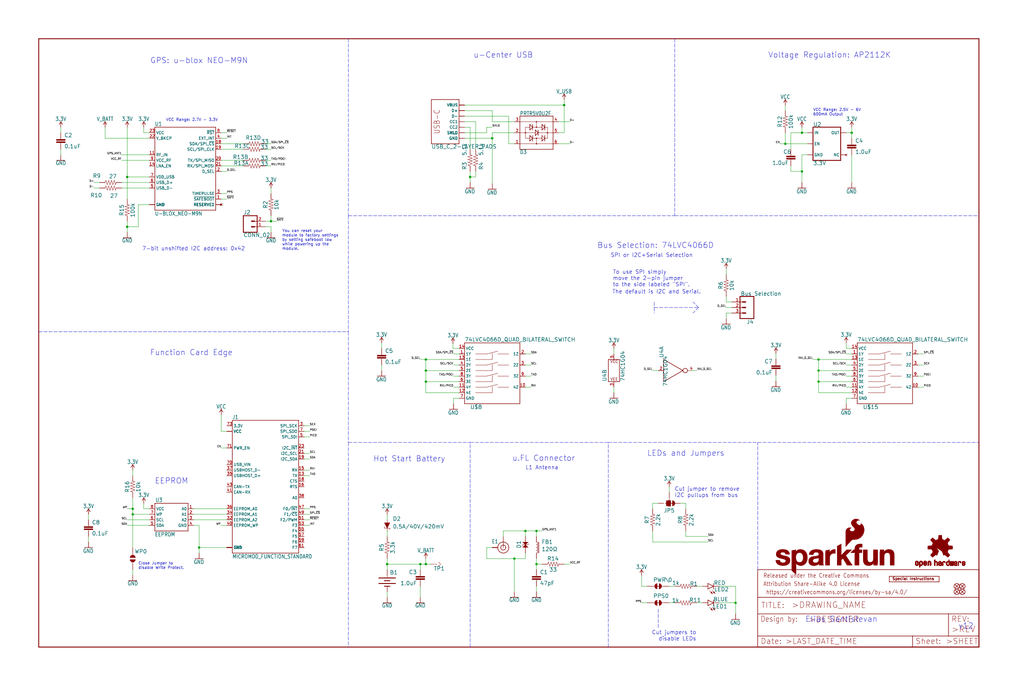
<source format=kicad_sch>
(kicad_sch (version 20211123) (generator eeschema)
  (paper "User" 470.306 317.906)
  (lib_symbols
    (symbol "eagleSchem-eagle-import:0.1UF-0402T-16V-10%"
      (property "Reference" "C" (at 1.524 2.921 0))
      (property "Value" "0.1UF-0402T-16V-10%" (at 1.524 -2.159 0))
      (symbol "0.1UF-0402T-16V-10%_1_0"
        (pin passive line (at 0 5.08 270) (length 2.54) (name "1") (number "1"))
        (pin passive line (at 0 -2.54 90) (length 2.54) (name "2") (number "2"))
      )
    )
    (symbol "eagleSchem-eagle-import:0.1UF-0603-25V-(+80{slash}-20%)"
      (property "Reference" "C" (at 1.524 2.921 0))
      (property "Value" "0.1UF-0603-25V-(+80{slash}-20%)" (at 1.524 -2.159 0))
      (symbol "0.1UF-0603-25V-(+80{slash}-20%)_1_0"
        (pin passive line (at 0 5.08 270) (length 2.54) (name "1") (number "1"))
        (pin passive line (at 0 -2.54 90) (length 2.54) (name "2") (number "2"))
      )
    )
    (symbol "eagleSchem-eagle-import:1.0UF-0603-16V-10%"
      (property "Reference" "C" (at 1.524 2.921 0))
      (property "Value" "1.0UF-0603-16V-10%" (at 1.524 -2.159 0))
      (symbol "1.0UF-0603-16V-10%_1_0"
        (pin passive line (at 0 5.08 270) (length 2.54) (name "1") (number "1"))
        (pin passive line (at 0 -2.54 90) (length 2.54) (name "2") (number "2"))
      )
    )
    (symbol "eagleSchem-eagle-import:100KOHM-0603-1{slash}10W-1%"
      (property "Reference" "R" (at 0 1.524 0))
      (property "Value" "100KOHM-0603-1{slash}10W-1%" (at 0 -1.524 0))
      (symbol "100KOHM-0603-1{slash}10W-1%_1_0"
        (pin passive line (at -5.08 0 0) (length 2.54) (name "1") (number "1"))
        (pin passive line (at 5.08 0 180) (length 2.54) (name "2") (number "2"))
      )
    )
    (symbol "eagleSchem-eagle-import:10KOHM-0603-1{slash}10W-1%"
      (property "Reference" "R" (at 0 1.524 0))
      (property "Value" "10KOHM-0603-1{slash}10W-1%" (at 0 -1.524 0))
      (symbol "10KOHM-0603-1{slash}10W-1%_1_0"
        (pin passive line (at -5.08 0 0) (length 2.54) (name "1") (number "1"))
        (pin passive line (at 5.08 0 180) (length 2.54) (name "2") (number "2"))
      )
    )
    (symbol "eagleSchem-eagle-import:1KOHM-0603-1{slash}10W-1%"
      (property "Reference" "R" (at 0 1.524 0))
      (property "Value" "1KOHM-0603-1{slash}10W-1%" (at 0 -1.524 0))
      (symbol "1KOHM-0603-1{slash}10W-1%_1_0"
        (pin passive line (at -5.08 0 0) (length 2.54) (name "1") (number "1"))
        (pin passive line (at 5.08 0 180) (length 2.54) (name "2") (number "2"))
      )
    )
    (symbol "eagleSchem-eagle-import:2.2KOHM-0603-1{slash}10W-1%"
      (property "Reference" "R" (at 0 1.524 0))
      (property "Value" "2.2KOHM-0603-1{slash}10W-1%" (at 0 -1.524 0))
      (symbol "2.2KOHM-0603-1{slash}10W-1%_1_0"
        (pin passive line (at -5.08 0 0) (length 2.54) (name "1") (number "1"))
        (pin passive line (at 5.08 0 180) (length 2.54) (name "2") (number "2"))
      )
    )
    (symbol "eagleSchem-eagle-import:27OHM-0603-1{slash}10W-1%"
      (property "Reference" "R" (at 0 1.524 0))
      (property "Value" "27OHM-0603-1{slash}10W-1%" (at 0 -1.524 0))
      (symbol "27OHM-0603-1{slash}10W-1%_1_0"
        (pin passive line (at -5.08 0 0) (length 2.54) (name "1") (number "1"))
        (pin passive line (at 5.08 0 180) (length 2.54) (name "2") (number "2"))
      )
    )
    (symbol "eagleSchem-eagle-import:3.3KOHM-0603-1{slash}10W-1%"
      (property "Reference" "R" (at 0 1.524 0))
      (property "Value" "3.3KOHM-0603-1{slash}10W-1%" (at 0 -1.524 0))
      (symbol "3.3KOHM-0603-1{slash}10W-1%_1_0"
        (pin passive line (at -5.08 0 0) (length 2.54) (name "1") (number "1"))
        (pin passive line (at 5.08 0 180) (length 2.54) (name "2") (number "2"))
      )
    )
    (symbol "eagleSchem-eagle-import:3.3V" (power)
      (property "Value" "3.3V" (at 0 2.794 0))
      (symbol "3.3V_1_0"
        (pin power_in line (at 0 0 90) (length 2.54) (name "3.3V") (number "1"))
      )
    )
    (symbol "eagleSchem-eagle-import:33OHM-0402-1{slash}10W-1%"
      (property "Reference" "R" (at 0 1.524 0))
      (property "Value" "33OHM-0402-1{slash}10W-1%" (at 0 -1.524 0))
      (symbol "33OHM-0402-1{slash}10W-1%_1_0"
        (pin passive line (at -5.08 0 0) (length 2.54) (name "1") (number "1"))
        (pin passive line (at 5.08 0 180) (length 2.54) (name "2") (number "2"))
      )
    )
    (symbol "eagleSchem-eagle-import:33OHM_RA-1206-1{slash}16W-5%"
      (property "Reference" "R" (at 0 1.524 0))
      (property "Value" "33OHM_RA-1206-1{slash}16W-5%" (at 0 -1.524 0))
      (symbol "33OHM_RA-1206-1{slash}16W-5%_1_0"
        (pin passive line (at -5.08 0 0) (length 2.54) (name "1") (number "P1"))
        (pin passive line (at 5.08 0 180) (length 2.54) (name "2") (number "P8"))
      )
      (symbol "33OHM_RA-1206-1{slash}16W-5%_2_0"
        (pin passive line (at -5.08 0 0) (length 2.54) (name "1") (number "P2"))
        (pin passive line (at 5.08 0 180) (length 2.54) (name "2") (number "P7"))
      )
      (symbol "33OHM_RA-1206-1{slash}16W-5%_3_0"
        (pin passive line (at -5.08 0 0) (length 2.54) (name "1") (number "P3"))
        (pin passive line (at 5.08 0 180) (length 2.54) (name "2") (number "P6"))
      )
      (symbol "33OHM_RA-1206-1{slash}16W-5%_4_0"
        (pin passive line (at -5.08 0 0) (length 2.54) (name "1") (number "P4"))
        (pin passive line (at 5.08 0 180) (length 2.54) (name "2") (number "P5"))
      )
    )
    (symbol "eagleSchem-eagle-import:47PF-0402-25V-5%-X7R"
      (property "Reference" "C" (at 1.524 2.921 0))
      (property "Value" "47PF-0402-25V-5%-X7R" (at 1.524 -2.159 0))
      (symbol "47PF-0402-25V-5%-X7R_1_0"
        (pin passive line (at 0 5.08 270) (length 2.54) (name "1") (number "1"))
        (pin passive line (at 0 -2.54 90) (length 2.54) (name "2") (number "2"))
      )
    )
    (symbol "eagleSchem-eagle-import:5.1KOHM5.1KOHM-0603-1{slash}10W-1%"
      (property "Reference" "R" (at 0 1.524 0))
      (property "Value" "5.1KOHM5.1KOHM-0603-1{slash}10W-1%" (at 0 -1.524 0))
      (symbol "5.1KOHM5.1KOHM-0603-1{slash}10W-1%_1_0"
        (pin passive line (at -5.08 0 0) (length 2.54) (name "1") (number "1"))
        (pin passive line (at 5.08 0 180) (length 2.54) (name "2") (number "2"))
      )
    )
    (symbol "eagleSchem-eagle-import:741G04"
      (property "Reference" "U" (at -3.302 -5.08 90))
      (property "Value" "741G04" (at 5.08 -5.08 90))
      (symbol "741G04_1_0"
        (pin bidirectional line (at -5.08 0 0) (length 2.54) (name "A") (number "2"))
        (pin bidirectional line (at 10.16 0 180) (length 0) (name "Y") (number "4"))
      )
      (symbol "741G04_2_0"
        (text "VCC" (at 0.127 3.429 0) (effects (font (size 1.27 1.27)) (justify bottom)))
        (text "VEE" (at 0.127 -4.699 0) (effects (font (size 1.27 1.27)) (justify bottom)))
        (pin bidirectional line (at 0 -7.62 90) (length 2.54) (name "P$V-") (number "3"))
        (pin bidirectional line (at 0 7.62 270) (length 2.54) (name "P$V+") (number "5"))
      )
    )
    (symbol "eagleSchem-eagle-import:74LVC4066D_QUAD_BILATERAL_SWITCH"
      (property "Reference" "U" (at -10.16 -17.78 0))
      (property "Value" "74LVC4066D_QUAD_BILATERAL_SWITCH" (at -10.16 13.208 0))
      (symbol "74LVC4066D_QUAD_BILATERAL_SWITCH_1_0"
        (pin bidirectional line (at -15.24 7.62 0) (length 2.54) (name "1Y") (number "1"))
        (pin bidirectional line (at 15.24 -7.62 180) (length 2.54) (name "4Z") (number "10"))
        (pin bidirectional line (at -15.24 -7.62 0) (length 2.54) (name "4Y") (number "11"))
        (pin bidirectional line (at -15.24 -10.16 0) (length 2.54) (name "4E") (number "12"))
        (pin bidirectional line (at -15.24 5.08 0) (length 2.54) (name "1E") (number "13"))
        (pin bidirectional line (at -15.24 10.16 0) (length 2.54) (name "VCC") (number "14"))
        (pin bidirectional line (at 15.24 7.62 180) (length 2.54) (name "1Z") (number "2"))
        (pin bidirectional line (at 15.24 2.54 180) (length 2.54) (name "2Z") (number "3"))
        (pin bidirectional line (at -15.24 2.54 0) (length 2.54) (name "2Y") (number "4"))
        (pin bidirectional line (at -15.24 0 0) (length 2.54) (name "2E") (number "5"))
        (pin bidirectional line (at -15.24 -5.08 0) (length 2.54) (name "3E") (number "6"))
        (pin bidirectional line (at -15.24 -12.7 0) (length 2.54) (name "GND") (number "7"))
        (pin bidirectional line (at -15.24 -2.54 0) (length 2.54) (name "3Y") (number "8"))
        (pin bidirectional line (at 15.24 -2.54 180) (length 2.54) (name "3Z") (number "9"))
      )
    )
    (symbol "eagleSchem-eagle-import:CONN_02"
      (property "Reference" "J" (at -2.54 5.588 0))
      (property "Value" "CONN_02" (at -2.54 -4.826 0))
      (symbol "CONN_02_1_0"
        (pin passive line (at 7.62 0 180) (length 5.08) (name "1") (number "1"))
        (pin passive line (at 7.62 2.54 180) (length 5.08) (name "2") (number "2"))
      )
    )
    (symbol "eagleSchem-eagle-import:CONN_03LOCK"
      (property "Reference" "J" (at -2.54 5.588 0))
      (property "Value" "CONN_03LOCK" (at -2.54 -7.366 0))
      (symbol "CONN_03LOCK_1_0"
        (pin passive line (at 7.62 -2.54 180) (length 5.08) (name "1") (number "1"))
        (pin passive line (at 7.62 0 180) (length 5.08) (name "2") (number "2"))
        (pin passive line (at 7.62 2.54 180) (length 5.08) (name "3") (number "3"))
      )
    )
    (symbol "eagleSchem-eagle-import:DIODE-SCHOTTKY-PMEG4005EJ"
      (property "Reference" "D" (at -2.54 2.032 0))
      (property "Value" "DIODE-SCHOTTKY-PMEG4005EJ" (at -2.54 -2.032 0))
      (symbol "DIODE-SCHOTTKY-PMEG4005EJ_1_0"
        (pin passive line (at -2.54 0 0) (length 0) (name "A") (number "A"))
        (pin passive line (at 2.54 0 180) (length 0) (name "C") (number "C"))
      )
    )
    (symbol "eagleSchem-eagle-import:EEPROM-I2C512K"
      (property "Reference" "U" (at -7.62 8.382 0))
      (property "Value" "EEPROM-I2C512K" (at -7.62 -7.62 0))
      (symbol "EEPROM-I2C512K_1_0"
        (pin bidirectional line (at -10.16 5.08 0) (length 2.54) (name "A0") (number "1"))
        (pin bidirectional line (at -10.16 2.54 0) (length 2.54) (name "A1") (number "2"))
        (pin bidirectional line (at -10.16 0 0) (length 2.54) (name "A2") (number "3"))
        (pin power_in line (at -10.16 -2.54 0) (length 2.54) (name "GND") (number "4"))
        (pin bidirectional line (at 10.16 -2.54 180) (length 2.54) (name "SDA") (number "5"))
        (pin bidirectional line (at 10.16 0 180) (length 2.54) (name "SCL") (number "6"))
        (pin bidirectional line (at 10.16 2.54 180) (length 2.54) (name "WP") (number "7"))
        (pin power_in line (at 10.16 5.08 180) (length 2.54) (name "VCC") (number "8"))
      )
    )
    (symbol "eagleSchem-eagle-import:FERRITE_BEAD-120_OHM-0402"
      (property "Reference" "FB" (at 1.27 2.54 0))
      (property "Value" "FERRITE_BEAD-120_OHM-0402" (at 1.27 -2.54 0))
      (symbol "FERRITE_BEAD-120_OHM-0402_1_0"
        (pin passive line (at 0 5.08 270) (length 2.54) (name "1") (number "1"))
        (pin passive line (at 0 -5.08 90) (length 2.54) (name "2") (number "2"))
      )
    )
    (symbol "eagleSchem-eagle-import:FIDUCIAL1X2")
    (symbol "eagleSchem-eagle-import:FRAME-LEDGER"
      (symbol "FRAME-LEDGER_2_0"
        (text " https://creativecommons.org/licenses/by-sa/4.0/" (at 2.54 24.13 0) (effects (font (size 1.9304 1.6408)) (justify left bottom)))
        (text ">DESIGNER" (at 23.114 11.176 0) (effects (font (size 2.7432 2.7432)) (justify left bottom)))
        (text ">DRAWING_NAME" (at 15.494 17.78 0) (effects (font (size 2.7432 2.7432)) (justify left bottom)))
        (text ">LAST_DATE_TIME" (at 12.7 1.27 0) (effects (font (size 2.54 2.54)) (justify left bottom)))
        (text ">REV" (at 88.9 6.604 0) (effects (font (size 2.7432 2.7432)) (justify left bottom)))
        (text ">SHEET" (at 86.36 1.27 0) (effects (font (size 2.54 2.54)) (justify left bottom)))
        (text "Attribution Share-Alike 4.0 License" (at 2.54 27.94 0) (effects (font (size 1.9304 1.6408)) (justify left bottom)))
        (text "Date:" (at 1.27 1.27 0) (effects (font (size 2.54 2.54)) (justify left bottom)))
        (text "Design by:" (at 1.27 11.43 0) (effects (font (size 2.54 2.159)) (justify left bottom)))
        (text "Released under the Creative Commons" (at 2.54 31.75 0) (effects (font (size 1.9304 1.6408)) (justify left bottom)))
        (text "REV:" (at 88.9 11.43 0) (effects (font (size 2.54 2.54)) (justify left bottom)))
        (text "Sheet:" (at 72.39 1.27 0) (effects (font (size 2.54 2.54)) (justify left bottom)))
        (text "TITLE:" (at 1.524 17.78 0) (effects (font (size 2.54 2.54)) (justify left bottom)))
      )
    )
    (symbol "eagleSchem-eagle-import:GND" (power)
      (property "Value" "GND" (at 0 -0.254 0))
      (symbol "GND_1_0"
        (pin power_in line (at 0 2.54 270) (length 2.54) (name "GND") (number "1"))
      )
    )
    (symbol "eagleSchem-eagle-import:JUMPER-SMT_2_NC_TRACE_SILK"
      (property "Reference" "JP" (at 0 3.048 0))
      (property "Value" "JUMPER-SMT_2_NC_TRACE_SILK" (at 0 -3.048 0))
      (symbol "JUMPER-SMT_2_NC_TRACE_SILK_1_0"
        (pin passive line (at -5.08 0 0) (length 2.54) (name "1") (number "1"))
        (pin passive line (at 5.08 0 180) (length 2.54) (name "2") (number "2"))
      )
    )
    (symbol "eagleSchem-eagle-import:JUMPER-SMT_2_NO_SILK"
      (property "Reference" "JP" (at 0 2.794 0))
      (property "Value" "JUMPER-SMT_2_NO_SILK" (at 0 -2.794 0))
      (symbol "JUMPER-SMT_2_NO_SILK_1_0"
        (pin passive line (at -5.08 0 0) (length 2.54) (name "1") (number "1"))
        (pin passive line (at 5.08 0 180) (length 2.54) (name "2") (number "2"))
      )
    )
    (symbol "eagleSchem-eagle-import:JUMPER-SMT_3_2-NC_TRACE_SILK"
      (property "Reference" "JP" (at 6.096 1.524 0))
      (property "Value" "JUMPER-SMT_3_2-NC_TRACE_SILK" (at 6.858 -1.524 0))
      (symbol "JUMPER-SMT_3_2-NC_TRACE_SILK_1_0"
        (pin passive line (at 0 5.08 270) (length 2.54) (name "1") (number "1"))
        (pin passive line (at -5.08 0 0) (length 2.54) (name "2") (number "2"))
        (pin passive line (at 0 -5.08 90) (length 2.54) (name "3") (number "3"))
      )
    )
    (symbol "eagleSchem-eagle-import:LED-BLUE0603"
      (property "Reference" "D" (at -3.429 -4.572 90))
      (property "Value" "LED-BLUE0603" (at 1.905 -4.572 90))
      (symbol "LED-BLUE0603_1_0"
        (pin passive line (at 0 2.54 270) (length 2.54) (name "A") (number "A"))
        (pin passive line (at 0 -5.08 90) (length 2.54) (name "C") (number "C"))
      )
    )
    (symbol "eagleSchem-eagle-import:LED-RED0603"
      (property "Reference" "D" (at -3.429 -4.572 90))
      (property "Value" "LED-RED0603" (at 1.905 -4.572 90))
      (symbol "LED-RED0603_1_0"
        (pin passive line (at 0 2.54 270) (length 2.54) (name "A") (number "A"))
        (pin passive line (at 0 -5.08 90) (length 2.54) (name "C") (number "C"))
      )
    )
    (symbol "eagleSchem-eagle-import:MICROMOD_FUNCTION_STANDARD"
      (property "Reference" "J" (at -15.24 28.448 0))
      (property "Value" "MICROMOD_FUNCTION_STANDARD" (at -15.24 -35.56 0))
      (symbol "MICROMOD_FUNCTION_STANDARD_1_0"
        (pin bidirectional line (at -17.78 -30.48 0) (length 2.54) (name "GND") (number "1"))
        (pin bidirectional line (at 17.78 2.54 180) (length 2.54) (name "TX") (number "13"))
        (pin bidirectional line (at 17.78 5.08 180) (length 2.54) (name "RX") (number "15"))
        (pin bidirectional line (at 17.78 -2.54 180) (length 2.54) (name "RTS") (number "16"))
        (pin bidirectional line (at 17.78 0 180) (length 2.54) (name "CTS") (number "18"))
        (pin bidirectional line (at 17.78 10.16 180) (length 2.54) (name "I2C_SDA") (number "19"))
        (pin bidirectional line (at 17.78 12.7 180) (length 2.54) (name "I2C_SCL") (number "21"))
        (pin bidirectional line (at 17.78 15.24 180) (length 2.54) (name "I2C_~{INT}") (number "23"))
        (pin bidirectional line (at 17.78 25.4 180) (length 2.54) (name "SPI_SCK") (number "3"))
        (pin bidirectional line (at -17.78 -17.78 0) (length 2.54) (name "EEPROM_A2") (number "32"))
        (pin bidirectional line (at -17.78 -30.48 0) (length 2.54) (name "GND") (number "33"))
        (pin bidirectional line (at -17.78 -15.24 0) (length 2.54) (name "EEPROM_A1") (number "34"))
        (pin bidirectional line (at -17.78 2.54 0) (length 2.54) (name "USBHOST_D+") (number "35"))
        (pin bidirectional line (at -17.78 -12.7 0) (length 2.54) (name "EEPROM_A0") (number "36"))
        (pin bidirectional line (at -17.78 5.08 0) (length 2.54) (name "USBHOST_D-") (number "37"))
        (pin bidirectional line (at 17.78 -7.62 180) (length 2.54) (name "A0") (number "38"))
        (pin bidirectional line (at -17.78 -30.48 0) (length 2.54) (name "GND") (number "39"))
        (pin bidirectional line (at -17.78 -20.32 0) (length 2.54) (name "EEPROM_WP") (number "40"))
        (pin bidirectional line (at -17.78 -5.08 0) (length 2.54) (name "CAN-RX") (number "41"))
        (pin bidirectional line (at -17.78 -2.54 0) (length 2.54) (name "CAN-TX") (number "43"))
        (pin bidirectional line (at -17.78 -30.48 0) (length 2.54) (name "GND") (number "45"))
        (pin bidirectional line (at 17.78 -12.7 180) (length 2.54) (name "F0/~{INT}") (number "47"))
        (pin bidirectional line (at 17.78 -15.24 180) (length 2.54) (name "F1/~{CS}") (number "49"))
        (pin bidirectional line (at 17.78 20.32 180) (length 2.54) (name "SPI_SDI") (number "5"))
        (pin bidirectional line (at 17.78 -17.78 180) (length 2.54) (name "F2/PWM") (number "51"))
        (pin bidirectional line (at 17.78 -20.32 180) (length 2.54) (name "F3") (number "53"))
        (pin bidirectional line (at 17.78 -22.86 180) (length 2.54) (name "F4") (number "55"))
        (pin bidirectional line (at 17.78 -25.4 180) (length 2.54) (name "F5") (number "57"))
        (pin bidirectional line (at 17.78 -27.94 180) (length 2.54) (name "F6") (number "59"))
        (pin bidirectional line (at 17.78 -30.48 180) (length 2.54) (name "F7") (number "61"))
        (pin bidirectional line (at 17.78 22.86 180) (length 2.54) (name "SPI_SDO") (number "7"))
        (pin bidirectional line (at -17.78 7.62 0) (length 2.54) (name "USB_VIN") (number "70"))
        (pin bidirectional line (at -17.78 15.24 0) (length 2.54) (name "PWR_EN") (number "71"))
        (pin bidirectional line (at -17.78 22.86 0) (length 2.54) (name "VCC") (number "72"))
        (pin bidirectional line (at -17.78 25.4 0) (length 2.54) (name "3.3V") (number "73"))
        (pin bidirectional line (at -17.78 22.86 0) (length 2.54) (name "VCC") (number "74"))
        (pin bidirectional line (at -17.78 -30.48 0) (length 2.54) (name "GND") (number "75"))
        (pin bidirectional line (at -17.78 -30.48 0) (length 2.54) (name "GND") (number "GND1"))
        (pin bidirectional line (at -17.78 -30.48 0) (length 2.54) (name "GND") (number "GND2"))
        (pin bidirectional line (at -17.78 -30.48 0) (length 2.54) (name "GND") (number "GND3"))
        (pin bidirectional line (at -17.78 -30.48 0) (length 2.54) (name "GND") (number "GND4"))
        (pin bidirectional line (at -17.78 -30.48 0) (length 2.54) (name "GND") (number "GND5"))
        (pin bidirectional line (at -17.78 -30.48 0) (length 2.54) (name "GND") (number "GND6"))
      )
    )
    (symbol "eagleSchem-eagle-import:OSHW-LOGOS")
    (symbol "eagleSchem-eagle-import:PESD0402-0402T"
      (property "Reference" "D" (at -2.54 2.794 0))
      (property "Value" "PESD0402-0402T" (at -2.54 -2.794 0))
      (symbol "PESD0402-0402T_1_0"
        (pin bidirectional line (at -2.54 0 0) (length 2.54) (name "1") (number "1"))
        (pin bidirectional line (at 5.08 0 180) (length 2.54) (name "2") (number "2"))
      )
    )
    (symbol "eagleSchem-eagle-import:PRTR5V0U2F"
      (property "Reference" "D" (at -7.62 7.874 0))
      (property "Value" "PRTR5V0U2F" (at -7.62 -7.874 0))
      (symbol "PRTR5V0U2F_1_0"
        (pin bidirectional line (at -10.16 5.08 0) (length 2.54) (name "1") (number "1"))
        (pin power_in line (at -10.16 0 0) (length 2.54) (name "2") (number "2"))
        (pin bidirectional line (at -10.16 -5.08 0) (length 2.54) (name "3") (number "3"))
        (pin bidirectional line (at 10.16 -5.08 180) (length 2.54) (name "4") (number "4"))
        (pin power_in line (at 10.16 0 180) (length 2.54) (name "5") (number "5"))
        (pin bidirectional line (at 10.16 5.08 180) (length 2.54) (name "6") (number "6"))
      )
    )
    (symbol "eagleSchem-eagle-import:RELOWABLE_BATTERY_MS421R"
      (property "Reference" "BT" (at 0 4.318 0))
      (property "Value" "RELOWABLE_BATTERY_MS421R" (at 0 -4.318 0))
      (symbol "RELOWABLE_BATTERY_MS421R_1_0"
        (pin power_in line (at -5.08 0 0) (length 2.54) (name "+") (number "+"))
        (pin power_in line (at 5.08 0 180) (length 2.54) (name "-") (number "-"))
      )
    )
    (symbol "eagleSchem-eagle-import:SFE_LOGO_NAME_FLAME.2_INCH")
    (symbol "eagleSchem-eagle-import:SPECIAL_INSTRUCTIONS-ORDERING"
      (symbol "SPECIAL_INSTRUCTIONS-ORDERING_1_0"
        (text "Special Instructions" (at 1.27 0.6985 0) (effects (font (size 1.27 1.27) (thickness 0.254) bold) (justify left bottom)))
      )
    )
    (symbol "eagleSchem-eagle-import:TEST-POINT3X4"
      (property "Reference" "TP" (at -2.54 2.54 0))
      (property "Value" "TEST-POINT3X4" (at -2.54 -2.54 0))
      (symbol "TEST-POINT3X4_1_0"
        (pin bidirectional line (at 0 0 180) (length 0) (name "1") (number "1"))
      )
    )
    (symbol "eagleSchem-eagle-import:U-BLOX_NEO-M9N"
      (property "Reference" "U" (at -12.7 18.288 0))
      (property "Value" "U-BLOX_NEO-M9N" (at -12.7 -22.86 0))
      (symbol "U-BLOX_NEO-M9N_1_0"
        (pin bidirectional line (at 17.78 -15.24 180) (length 2.54) (name "~{SAFEBOOT}") (number "1"))
        (pin bidirectional line (at -15.24 -17.78 0) (length 2.54) (name "GND") (number "10"))
        (pin bidirectional line (at -15.24 5.08 0) (length 2.54) (name "RF_IN") (number "11"))
        (pin bidirectional line (at -15.24 -17.78 0) (length 2.54) (name "GND") (number "12"))
        (pin bidirectional line (at -15.24 -17.78 0) (length 2.54) (name "GND") (number "13"))
        (pin bidirectional line (at -15.24 0 0) (length 2.54) (name "LNA_EN") (number "14"))
        (pin no_connect line (at 17.78 -17.78 180) (length 2.54) (name "RESERVED") (number "15"))
        (pin no_connect line (at 17.78 -17.78 180) (length 2.54) (name "RESERVED") (number "16"))
        (pin no_connect line (at 17.78 -17.78 180) (length 2.54) (name "RESERVED") (number "17"))
        (pin bidirectional line (at 17.78 10.16 180) (length 2.54) (name "SDA/SPI_~{CS}") (number "18"))
        (pin bidirectional line (at 17.78 7.62 180) (length 2.54) (name "SCL/SPI_CLK") (number "19"))
        (pin bidirectional line (at 17.78 -2.54 180) (length 2.54) (name "D_SEL") (number "2"))
        (pin bidirectional line (at 17.78 2.54 180) (length 2.54) (name "TX/SPI_MISO") (number "20"))
        (pin bidirectional line (at 17.78 0 180) (length 2.54) (name "RX/SPI_MOSI") (number "21"))
        (pin bidirectional line (at -15.24 12.7 0) (length 2.54) (name "V_BKCP") (number "22"))
        (pin bidirectional line (at -15.24 15.24 0) (length 2.54) (name "VCC") (number "23"))
        (pin bidirectional line (at -15.24 -17.78 0) (length 2.54) (name "GND") (number "24"))
        (pin bidirectional line (at 17.78 -12.7 180) (length 2.54) (name "TIMEPULSE") (number "3"))
        (pin bidirectional line (at 17.78 12.7 180) (length 2.54) (name "EXT_INT") (number "4"))
        (pin bidirectional line (at -15.24 -10.16 0) (length 2.54) (name "USB_D-") (number "5"))
        (pin bidirectional line (at -15.24 -7.62 0) (length 2.54) (name "USB_D+") (number "6"))
        (pin bidirectional line (at -15.24 -5.08 0) (length 2.54) (name "VDD_USB") (number "7"))
        (pin bidirectional line (at 17.78 15.24 180) (length 2.54) (name "~{RST}") (number "8"))
        (pin bidirectional line (at -15.24 2.54 0) (length 2.54) (name "VCC_RF") (number "9"))
      )
    )
    (symbol "eagleSchem-eagle-import:U.FL2PIN"
      (property "Reference" "J" (at 2.54 -5.08 0))
      (property "Value" "U.FL2PIN" (at 2.54 -7.62 0))
      (symbol "U.FL2PIN_1_0"
        (pin bidirectional line (at 0 -5.08 90) (length 2.54) (name "GND") (number "1"))
        (pin bidirectional line (at 0 -5.08 90) (length 2.54) (name "GND") (number "2"))
        (pin bidirectional line (at 5.08 0 180) (length 5.08) (name "SIGNAL") (number "FEED"))
      )
    )
    (symbol "eagleSchem-eagle-import:USB_C_2-LAYER_PADS"
      (property "Reference" "J" (at -2.54 10.414 0))
      (property "Value" "USB_C_2-LAYER_PADS" (at -2.54 -12.446 0))
      (symbol "USB_C_2-LAYER_PADS_1_0"
        (text "USB-C" (at 0 0 900) (effects (font (size 2.54 2.159))))
        (pin bidirectional line (at 12.7 0 180) (length 2.54) (name "CC1") (number "A5"))
        (pin bidirectional line (at 12.7 5.08 180) (length 2.54) (name "D+") (number "A6"))
        (pin bidirectional line (at 12.7 2.54 180) (length 2.54) (name "D-") (number "A7"))
        (pin bidirectional line (at 12.7 -2.54 180) (length 2.54) (name "CC2") (number "B5"))
        (pin bidirectional line (at 12.7 5.08 180) (length 2.54) (name "D+") (number "B6"))
        (pin bidirectional line (at 12.7 2.54 180) (length 2.54) (name "D-") (number "B7"))
        (pin bidirectional line (at 12.7 -7.62 180) (length 2.54) (name "GND") (number "GND"))
        (pin bidirectional line (at 12.7 -7.62 180) (length 2.54) (name "GND") (number "GND2"))
        (pin bidirectional line (at 12.7 -5.08 180) (length 2.54) (name "SHLD") (number "SHLD1"))
        (pin bidirectional line (at 12.7 -5.08 180) (length 2.54) (name "SHLD") (number "SHLD2"))
        (pin bidirectional line (at 12.7 -5.08 180) (length 2.54) (name "SHLD") (number "SHLD3"))
        (pin bidirectional line (at 12.7 -5.08 180) (length 2.54) (name "SHLD") (number "SHLD4"))
        (pin bidirectional line (at 12.7 7.62 180) (length 2.54) (name "VBUS") (number "VBUS1"))
        (pin bidirectional line (at 12.7 7.62 180) (length 2.54) (name "VBUS") (number "VBUS2"))
      )
    )
    (symbol "eagleSchem-eagle-import:VCC" (power)
      (property "Value" "VCC" (at 0 2.794 0))
      (symbol "VCC_1_0"
        (pin power_in line (at 0 0 90) (length 2.54) (name "VCC") (number "1"))
      )
    )
    (symbol "eagleSchem-eagle-import:V_BATT" (power)
      (property "Value" "V_BATT" (at 0 2.794 0))
      (symbol "V_BATT_1_0"
        (pin power_in line (at 0 0 90) (length 2.54) (name "V_BATT") (number "1"))
      )
    )
    (symbol "eagleSchem-eagle-import:V_REG_AP2112K-3.3V"
      (property "Reference" "U" (at -7.62 7.874 0))
      (property "Value" "V_REG_AP2112K-3.3V" (at -7.62 -7.874 0))
      (symbol "V_REG_AP2112K-3.3V_1_0"
        (pin input line (at -10.16 5.08 0) (length 2.54) (name "IN") (number "1"))
        (pin input line (at -10.16 -5.08 0) (length 2.54) (name "GND") (number "2"))
        (pin input line (at -10.16 0 0) (length 2.54) (name "EN") (number "3"))
        (pin no_connect line (at 7.62 -5.08 180) (length 2.54) (name "NC") (number "4"))
        (pin passive line (at 7.62 5.08 180) (length 2.54) (name "OUT") (number "5"))
      )
    )
    (symbol "eagleSchem-eagle-import:V_USB" (power)
      (property "Value" "V_USB" (at 0 2.794 0))
      (symbol "V_USB_1_0"
        (pin power_in line (at 0 0 90) (length 2.54) (name "V_USB") (number "1"))
      )
    )
  )
  (junction (at 91.44 251.46))
  (junction (at 226.06 63.5))
  (junction (at 193.04 259.08))
  (junction (at 195.58 165.1))
  (junction (at 375.92 165.1))
  (junction (at 391.16 60.96))
  (junction (at 177.8 259.08))
  (junction (at 368.3 60.96))
  (junction (at 195.58 170.18))
  (junction (at 60.96 233.68))
  (junction (at 246.38 243.84))
  (junction (at 375.92 175.26))
  (junction (at 58.42 104.14))
  (junction (at 124.46 101.6))
  (junction (at 337.82 276.86))
  (junction (at 259.08 48.26))
  (junction (at 60.96 236.22))
  (junction (at 241.3 243.84))
  (junction (at 215.9 81.28))
  (junction (at 58.42 81.28))
  (junction (at 195.58 259.08))
  (junction (at 360.68 66.04))
  (junction (at 236.22 256.54))
  (junction (at 375.92 170.18))
  (junction (at 195.58 175.26))
  (junction (at 246.38 259.08))
  (junction (at 368.3 78.74))
  (wire (pts (xy 246.38 269.24) (xy 246.38 271.78)))
  (wire (pts (xy 177.8 236.22) (xy 177.8 238.76)))
  (wire (pts (xy 256.54 60.96) (xy 259.08 60.96)))
  (wire (pts (xy 91.44 251.46) (xy 91.44 254)))
  (wire (pts (xy 314.96 231.14) (xy 312.42 231.14)))
  (wire (pts (xy 68.58 73.66) (xy 55.88 73.66)))
  (wire (pts (xy 139.7 238.76) (xy 142.24 238.76)))
  (wire (pts (xy 177.8 271.78) (xy 177.8 274.32)))
  (wire (pts (xy 281.94 160.02) (xy 281.94 162.56)))
  (wire (pts (xy 299.72 231.14) (xy 302.26 231.14)))
  (wire (pts (xy 208.28 167.64) (xy 210.82 167.64)))
  (wire (pts (xy 210.82 175.26) (xy 195.58 175.26)))
  (wire (pts (xy 60.96 218.44) (xy 60.96 215.9)))
  (wire (pts (xy 104.14 251.46) (xy 91.44 251.46)))
  (wire (pts (xy 208.28 162.56) (xy 210.82 162.56)))
  (wire (pts (xy 307.34 223.52) (xy 307.34 226.06)))
  (wire (pts (xy 88.9 236.22) (xy 104.14 236.22)))
  (wire (pts (xy 111.76 66.04) (xy 101.6 66.04)))
  (wire (pts (xy 208.28 172.72) (xy 210.82 172.72)))
  (wire (pts (xy 388.62 162.56) (xy 391.16 162.56)))
  (wire (pts (xy 333.502 138.684) (xy 333.502 136.144)))
  (polyline (pts (xy 17.78 152.4) (xy 160.02 152.4)))
  (wire (pts (xy 226.06 55.88) (xy 226.06 50.8)))
  (wire (pts (xy 375.92 180.34) (xy 375.92 175.26)))
  (wire (pts (xy 68.58 83.82) (xy 55.88 83.82)))
  (polyline (pts (xy 300.482 141.224) (xy 320.802 141.224)))
  (wire (pts (xy 370.84 60.96) (xy 368.3 60.96)))
  (wire (pts (xy 388.62 177.8) (xy 391.16 177.8)))
  (wire (pts (xy 391.16 160.02) (xy 388.62 160.02)))
  (wire (pts (xy 337.82 269.24) (xy 330.2 269.24)))
  (wire (pts (xy 223.52 60.96) (xy 223.52 58.42)))
  (wire (pts (xy 139.7 198.12) (xy 142.24 198.12)))
  (wire (pts (xy 259.08 48.26) (xy 259.08 45.72)))
  (wire (pts (xy 104.14 198.12) (xy 101.6 198.12)))
  (wire (pts (xy 68.58 236.22) (xy 60.96 236.22)))
  (wire (pts (xy 299.72 248.92) (xy 325.12 248.92)))
  (polyline (pts (xy 160.02 99.06) (xy 160.02 152.4)))
  (wire (pts (xy 101.346 241.3) (xy 104.14 241.3)))
  (wire (pts (xy 58.42 81.28) (xy 58.42 91.44)))
  (wire (pts (xy 226.06 84.328) (xy 226.06 63.5)))
  (wire (pts (xy 101.6 76.2) (xy 111.76 76.2)))
  (wire (pts (xy 177.8 243.84) (xy 177.8 246.38)))
  (wire (pts (xy 226.06 60.96) (xy 226.06 63.5)))
  (wire (pts (xy 88.9 238.76) (xy 104.14 238.76)))
  (wire (pts (xy 195.58 170.18) (xy 195.58 165.1)))
  (wire (pts (xy 40.64 238.76) (xy 40.64 236.22)))
  (wire (pts (xy 68.58 71.12) (xy 55.88 71.12)))
  (wire (pts (xy 388.62 172.72) (xy 391.16 172.72)))
  (wire (pts (xy 299.72 243.84) (xy 299.72 248.92)))
  (wire (pts (xy 233.68 66.04) (xy 236.22 66.04)))
  (wire (pts (xy 210.82 160.02) (xy 208.026 160.02)))
  (wire (pts (xy 127 101.6) (xy 124.46 101.6)))
  (wire (pts (xy 226.06 55.88) (xy 236.22 55.88)))
  (wire (pts (xy 299.72 233.68) (xy 299.72 231.14)))
  (wire (pts (xy 241.3 256.54) (xy 236.22 256.54)))
  (wire (pts (xy 241.3 246.38) (xy 241.3 243.84)))
  (wire (pts (xy 68.58 241.3) (xy 58.42 241.3)))
  (wire (pts (xy 101.6 198.12) (xy 101.6 190.5)))
  (wire (pts (xy 360.68 66.04) (xy 358.14 66.04)))
  (wire (pts (xy 363.22 78.74) (xy 368.3 78.74)))
  (wire (pts (xy 139.7 233.68) (xy 142.24 233.68)))
  (wire (pts (xy 124.46 99.06) (xy 124.46 101.6)))
  (wire (pts (xy 424.18 167.64) (xy 421.64 167.64)))
  (wire (pts (xy 307.34 269.24) (xy 309.88 269.24)))
  (wire (pts (xy 139.7 241.3) (xy 142.24 241.3)))
  (wire (pts (xy 213.36 58.42) (xy 215.9 58.42)))
  (wire (pts (xy 195.58 259.08) (xy 195.58 256.54)))
  (wire (pts (xy 370.84 66.04) (xy 360.68 66.04)))
  (wire (pts (xy 363.22 68.58) (xy 363.22 60.96)))
  (wire (pts (xy 297.18 276.86) (xy 294.64 276.86)))
  (wire (pts (xy 175.26 167.64) (xy 175.26 170.18)))
  (wire (pts (xy 259.08 48.26) (xy 213.36 48.26)))
  (wire (pts (xy 223.52 58.42) (xy 226.06 58.42)))
  (polyline (pts (xy 347.98 203.2) (xy 449.58 203.2)))
  (wire (pts (xy 101.6 88.9) (xy 104.14 88.9)))
  (wire (pts (xy 314.96 243.84) (xy 314.96 246.38)))
  (wire (pts (xy 40.64 246.38) (xy 40.64 248.92)))
  (wire (pts (xy 177.8 256.54) (xy 177.8 259.08)))
  (wire (pts (xy 421.64 177.8) (xy 424.18 177.8)))
  (wire (pts (xy 246.38 259.08) (xy 246.38 256.54)))
  (wire (pts (xy 333.502 141.224) (xy 336.042 141.224)))
  (wire (pts (xy 101.6 78.74) (xy 104.14 78.74)))
  (wire (pts (xy 215.9 58.42) (xy 215.9 68.58)))
  (wire (pts (xy 139.7 236.22) (xy 142.24 236.22)))
  (wire (pts (xy 391.16 165.1) (xy 375.92 165.1)))
  (wire (pts (xy 259.08 259.08) (xy 261.62 259.08)))
  (wire (pts (xy 421.64 172.72) (xy 424.18 172.72)))
  (wire (pts (xy 101.6 91.44) (xy 104.14 91.44)))
  (wire (pts (xy 68.58 86.36) (xy 55.88 86.36)))
  (wire (pts (xy 337.82 281.94) (xy 337.82 276.86)))
  (wire (pts (xy 215.9 81.28) (xy 215.9 83.82)))
  (wire (pts (xy 139.7 200.66) (xy 142.24 200.66)))
  (wire (pts (xy 246.38 261.62) (xy 246.38 259.08)))
  (wire (pts (xy 337.82 269.24) (xy 337.82 276.86)))
  (wire (pts (xy 320.04 276.86) (xy 322.58 276.86)))
  (wire (pts (xy 246.38 243.84) (xy 248.92 243.84)))
  (wire (pts (xy 231.14 246.38) (xy 231.14 243.84)))
  (wire (pts (xy 333.502 143.764) (xy 333.502 146.304)))
  (wire (pts (xy 314.96 246.38) (xy 325.12 246.38)))
  (wire (pts (xy 322.58 269.24) (xy 320.04 269.24)))
  (wire (pts (xy 121.92 66.04) (xy 124.46 66.04)))
  (wire (pts (xy 213.36 60.96) (xy 223.52 60.96)))
  (wire (pts (xy 68.58 238.76) (xy 58.42 238.76)))
  (wire (pts (xy 58.42 101.6) (xy 58.42 104.14)))
  (polyline (pts (xy 300.482 141.224) (xy 300.482 143.764)))
  (wire (pts (xy 375.92 165.1) (xy 373.38 165.1)))
  (wire (pts (xy 241.3 172.72) (xy 243.84 172.72)))
  (wire (pts (xy 101.6 73.66) (xy 111.76 73.66)))
  (wire (pts (xy 241.3 162.56) (xy 243.84 162.56)))
  (wire (pts (xy 388.62 160.02) (xy 388.62 157.48)))
  (polyline (pts (xy 160.02 17.78) (xy 160.02 99.06)))
  (wire (pts (xy 177.8 259.08) (xy 177.8 261.62)))
  (wire (pts (xy 236.22 256.54) (xy 223.52 256.54)))
  (wire (pts (xy 231.14 243.84) (xy 241.3 243.84)))
  (wire (pts (xy 68.58 60.96) (xy 66.04 60.96)))
  (wire (pts (xy 121.92 73.66) (xy 124.46 73.66)))
  (polyline (pts (xy 279.4 203.2) (xy 347.98 203.2)))
  (wire (pts (xy 215.9 78.74) (xy 215.9 81.28)))
  (wire (pts (xy 307.34 276.86) (xy 309.88 276.86)))
  (wire (pts (xy 45.72 86.36) (xy 43.18 86.36)))
  (wire (pts (xy 320.04 170.18) (xy 317.5 170.18)))
  (wire (pts (xy 88.9 233.68) (xy 104.14 233.68)))
  (wire (pts (xy 213.36 55.88) (xy 218.44 55.88)))
  (polyline (pts (xy 160.02 203.2) (xy 215.9 203.2)))
  (wire (pts (xy 281.94 180.34) (xy 281.94 177.8)))
  (wire (pts (xy 175.26 160.02) (xy 175.26 157.48)))
  (wire (pts (xy 195.58 175.26) (xy 195.58 170.18)))
  (wire (pts (xy 218.44 55.88) (xy 218.44 68.58)))
  (wire (pts (xy 218.44 78.74) (xy 218.44 81.28)))
  (wire (pts (xy 111.76 68.58) (xy 101.6 68.58)))
  (wire (pts (xy 336.042 143.764) (xy 333.502 143.764)))
  (wire (pts (xy 195.58 259.08) (xy 198.12 259.08)))
  (wire (pts (xy 68.58 63.5) (xy 48.26 63.5)))
  (wire (pts (xy 91.44 241.3) (xy 91.44 251.46)))
  (wire (pts (xy 236.22 60.96) (xy 226.06 60.96)))
  (wire (pts (xy 58.42 104.14) (xy 58.42 106.68)))
  (polyline (pts (xy 347.98 261.62) (xy 347.98 203.2)))
  (wire (pts (xy 68.58 93.98) (xy 63.5 93.98)))
  (wire (pts (xy 360.68 50.8) (xy 360.68 48.26)))
  (polyline (pts (xy 160.02 203.2) (xy 160.02 297.18)))
  (polyline (pts (xy 160.02 152.4) (xy 160.02 203.2)))
  (polyline (pts (xy 320.802 141.224) (xy 318.262 138.684)))
  (wire (pts (xy 391.16 58.42) (xy 391.16 60.96)))
  (wire (pts (xy 356.362 172.466) (xy 356.362 175.006)))
  (wire (pts (xy 139.7 210.82) (xy 142.24 210.82)))
  (wire (pts (xy 195.58 180.34) (xy 195.58 175.26)))
  (wire (pts (xy 226.06 50.8) (xy 213.36 50.8)))
  (wire (pts (xy 388.62 60.96) (xy 391.16 60.96)))
  (wire (pts (xy 139.7 195.58) (xy 142.24 195.58)))
  (polyline (pts (xy 215.9 203.2) (xy 279.4 203.2)))
  (wire (pts (xy 45.72 83.82) (xy 43.18 83.82)))
  (wire (pts (xy 101.6 60.96) (xy 104.14 60.96)))
  (wire (pts (xy 256.54 66.04) (xy 261.62 66.04)))
  (wire (pts (xy 299.72 170.18) (xy 302.26 170.18)))
  (wire (pts (xy 66.04 233.68) (xy 66.04 231.14)))
  (wire (pts (xy 243.84 167.64) (xy 241.3 167.64)))
  (wire (pts (xy 314.96 233.68) (xy 314.96 231.14)))
  (wire (pts (xy 421.64 162.56) (xy 424.18 162.56)))
  (wire (pts (xy 208.28 177.8) (xy 210.82 177.8)))
  (wire (pts (xy 193.04 259.08) (xy 195.58 259.08)))
  (wire (pts (xy 210.82 180.34) (xy 195.58 180.34)))
  (wire (pts (xy 27.94 68.58) (xy 27.94 71.12)))
  (wire (pts (xy 375.92 175.26) (xy 375.92 170.18)))
  (wire (pts (xy 60.96 264.16) (xy 60.96 261.62)))
  (wire (pts (xy 195.58 165.1) (xy 193.04 165.1)))
  (wire (pts (xy 256.54 55.88) (xy 261.62 55.88)))
  (wire (pts (xy 193.04 259.08) (xy 177.8 259.08)))
  (wire (pts (xy 124.46 86.36) (xy 124.46 88.9)))
  (wire (pts (xy 210.82 165.1) (xy 195.58 165.1)))
  (polyline (pts (xy 309.88 99.06) (xy 449.58 99.06)))
  (wire (pts (xy 333.502 123.444) (xy 333.502 125.984)))
  (wire (pts (xy 63.5 104.14) (xy 58.42 104.14)))
  (wire (pts (xy 139.7 215.9) (xy 142.24 215.9)))
  (wire (pts (xy 336.042 138.684) (xy 333.502 138.684)))
  (wire (pts (xy 48.26 63.5) (xy 48.26 58.42)))
  (wire (pts (xy 330.2 276.86) (xy 337.82 276.86)))
  (wire (pts (xy 226.06 63.5) (xy 213.36 63.5)))
  (wire (pts (xy 236.22 256.54) (xy 236.22 271.78)))
  (wire (pts (xy 139.7 208.28) (xy 142.24 208.28)))
  (wire (pts (xy 218.44 81.28) (xy 215.9 81.28)))
  (wire (pts (xy 66.04 58.42) (xy 66.04 60.96)))
  (wire (pts (xy 121.92 76.2) (xy 124.46 76.2)))
  (wire (pts (xy 370.84 71.12) (xy 368.3 71.12)))
  (wire (pts (xy 68.58 233.68) (xy 66.04 233.68)))
  (wire (pts (xy 193.04 269.24) (xy 193.04 274.32)))
  (wire (pts (xy 68.58 81.28) (xy 58.42 81.28)))
  (wire (pts (xy 241.3 243.84) (xy 246.38 243.84)))
  (wire (pts (xy 356.362 164.846) (xy 356.362 162.306)))
  (wire (pts (xy 360.68 66.04) (xy 360.68 60.96)))
  (wire (pts (xy 223.52 256.54) (xy 223.52 251.46)))
  (wire (pts (xy 388.62 167.64) (xy 391.16 167.64)))
  (wire (pts (xy 363.22 78.74) (xy 363.22 76.2)))
  (wire (pts (xy 233.68 53.34) (xy 233.68 66.04)))
  (polyline (pts (xy 215.9 297.18) (xy 215.9 203.2)))
  (wire (pts (xy 223.52 251.46) (xy 226.06 251.46)))
  (wire (pts (xy 248.92 259.08) (xy 246.38 259.08)))
  (wire (pts (xy 88.9 241.3) (xy 91.44 241.3)))
  (wire (pts (xy 241.3 177.8) (xy 243.84 177.8)))
  (wire (pts (xy 193.04 259.08) (xy 193.04 261.62)))
  (wire (pts (xy 63.5 93.98) (xy 63.5 104.14)))
  (wire (pts (xy 391.16 60.96) (xy 391.16 63.5)))
  (wire (pts (xy 60.96 233.68) (xy 60.96 228.6)))
  (wire (pts (xy 208.026 160.02) (xy 208.026 157.734)))
  (wire (pts (xy 391.16 83.82) (xy 391.16 71.12)))
  (wire (pts (xy 391.16 180.34) (xy 375.92 180.34)))
  (wire (pts (xy 375.92 170.18) (xy 375.92 165.1)))
  (wire (pts (xy 210.82 182.88) (xy 208.28 182.88)))
  (wire (pts (xy 121.92 104.14) (xy 124.46 104.14)))
  (polyline (pts (xy 320.802 141.224) (xy 318.262 143.764)))
  (wire (pts (xy 58.42 233.68) (xy 60.96 233.68)))
  (wire (pts (xy 391.16 170.18) (xy 375.92 170.18)))
  (wire (pts (xy 388.62 182.88) (xy 388.62 185.42)))
  (wire (pts (xy 213.36 53.34) (xy 233.68 53.34)))
  (polyline (pts (xy 309.88 17.78) (xy 309.88 99.06)))
  (wire (pts (xy 208.28 182.88) (xy 208.28 185.42)))
  (wire (pts (xy 60.96 251.46) (xy 60.96 236.22)))
  (wire (pts (xy 60.96 236.22) (xy 60.96 233.68)))
  (polyline (pts (xy 160.02 99.06) (xy 309.88 99.06)))
  (wire (pts (xy 58.42 58.42) (xy 58.42 81.28)))
  (polyline (pts (xy 279.4 297.18) (xy 279.4 203.2)))
  (wire (pts (xy 210.82 170.18) (xy 195.58 170.18)))
  (wire (pts (xy 363.22 60.96) (xy 368.3 60.96)))
  (polyline (pts (xy 302.26 288.29) (xy 302.26 279.4)))
  (wire (pts (xy 104.14 205.74) (xy 101.6 205.74)))
  (wire (pts (xy 368.3 71.12) (xy 368.3 78.74)))
  (wire (pts (xy 27.94 60.96) (xy 27.94 58.42)))
  (wire (pts (xy 294.64 264.16) (xy 294.64 269.24)))
  (wire (pts (xy 391.16 182.88) (xy 388.62 182.88)))
  (wire (pts (xy 101.6 63.5) (xy 104.14 63.5)))
  (wire (pts (xy 297.18 269.24) (xy 294.64 269.24)))
  (wire (pts (xy 121.92 68.58) (xy 124.46 68.58)))
  (polyline (pts (xy 300.482 138.684) (xy 300.482 141.224)))
  (wire (pts (xy 391.16 175.26) (xy 375.92 175.26)))
  (wire (pts (xy 259.08 60.96) (xy 259.08 48.26)))
  (wire (pts (xy 241.3 254) (xy 241.3 256.54)))
  (wire (pts (xy 124.46 106.68) (xy 124.46 104.14)))
  (wire (pts (xy 121.92 101.6) (xy 124.46 101.6)))
  (wire (pts (xy 139.7 218.44) (xy 142.24 218.44)))
  (wire (pts (xy 246.38 246.38) (xy 246.38 243.84)))
  (wire (pts (xy 368.3 78.74) (xy 368.3 83.82)))
  (wire (pts (xy 368.3 60.96) (xy 368.3 58.42)))
  (text "To use SPI simply\nmove the 2-pin jumper\nto the side labeled \"SPI\"." (at 281.432 131.826 0) (effects (font (size 1.778 1.778)) (justify left bottom)))
  (text "Cut jumpers to\ndisable LEDs" (at 319.786 289.56 180) (effects (font (size 1.778 1.778)) (justify right top)))
  (text "SPI or I2C+Serial Selection" (at 280.416 118.364 180) (effects (font (size 1.778 1.778)) (justify left bottom)))
  (text "Elias Santistevan" (at 369.824 286.004 180) (effects (font (size 2.54 2.54)) (justify left bottom)))
  (text "You can reset your\nmodule to factory settings\nby setting safeboot low\nwhile powering up the\nmodule." (at 129.54 115.062 0) (effects (font (size 1.27 1.27)) (justify left bottom)))
  (text "u-Center USB" (at 231.14 25.4 180) (effects (font (size 2.54 2.54))))
  (text "EEPROM" (at 78.74 220.98 180) (effects (font (size 2.54 2.54))))
  (text "Function Card Edge" (at 87.884 162.052 180) (effects (font (size 2.54 2.54))))
  (text "LEDs and Jumpers" (at 314.96 208.28 180) (effects (font (size 2.54 2.54))))
  (text "Voltage Regulation: AP2112K" (at 381 25.4 180) (effects (font (size 2.54 2.54))))
  (text "Bus Selection: 74LVC4066D" (at 274.32 114.3 180) (effects (font (size 2.54 2.54)) (justify left bottom)))
  (text "7-bit unshifted I2C address: 0x42" (at 88.9 114.3 180) (effects (font (size 1.778 1.778))))
  (text "The default is I2C and Serial." (at 281.178 135.128 180) (effects (font (size 1.778 1.778)) (justify left bottom)))
  (text "VCC Range: 2.5V - 6V\n600mA Output" (at 373.38 53.34 180) (effects (font (size 1.27 1.27)) (justify left bottom)))
  (text "L1 Antenna" (at 241.3 215.9 180) (effects (font (size 1.778 1.778)) (justify left bottom)))
  (text "Cut jumper to remove\nI2C pullups from bus" (at 309.88 228.6 180) (effects (font (size 1.778 1.778)) (justify left bottom)))
  (text "VCC Range: 2.7V - 3.3V" (at 76.2 55.88 180) (effects (font (size 1.27 1.27)) (justify left bottom)))
  (text "GPS: u-blox NEO-M9N" (at 91.44 27.94 180) (effects (font (size 2.54 2.54))))
  (text "u.FL Connector" (at 249.682 210.566 180) (effects (font (size 2.54 2.54))))
  (text "v12" (at 440.182 289.052 180) (effects (font (size 2.54 2.54)) (justify left bottom)))
  (text "Hot Start Battery" (at 187.96 210.82 180) (effects (font (size 2.54 2.54))))
  (text "Close Jumper to\ndisable Write Protect." (at 63.5 261.62 180) (effects (font (size 1.27 1.27)) (justify left bottom)))
  (label "TXO" (at 142.24 218.44 0) (effects (font (size 0.889 0.889))))
  (label "SDA" (at 243.84 162.56 0) (effects (font (size 0.889 0.889))))
  (label "SCK" (at 142.24 195.58 0) (effects (font (size 0.889 0.889))))
  (label "D_SEL" (at 333.502 141.224 180) (effects (font (size 0.889 0.889))))
  (label "D+" (at 261.62 55.88 0) (effects (font (size 0.889 0.889))))
  (label "D_SEL" (at 193.04 165.1 180) (effects (font (size 0.889 0.889))))
  (label "PPS" (at 142.24 233.68 0) (effects (font (size 0.889 0.889))))
  (label "~{SAFE}" (at 127 101.6 0) (effects (font (size 0.889 0.889))))
  (label "D_SEL" (at 299.72 170.18 180) (effects (font (size 0.889 0.889))))
  (label "INT" (at 142.24 241.3 0) (effects (font (size 0.889 0.889))))
  (label "D_SEL" (at 104.14 78.74 0) (effects (font (size 0.889 0.889))))
  (label "PICO" (at 142.24 200.66 0) (effects (font (size 0.889 0.889))))
  (label "WP" (at 58.42 233.68 180) (effects (font (size 0.889 0.889))))
  (label "SCK" (at 424.18 167.64 0) (effects (font (size 0.889 0.889))))
  (label "EN" (at 358.14 66.04 180) (effects (font (size 0.889 0.889))))
  (label "SPI_~{CS}" (at 142.24 236.22 0) (effects (font (size 0.889 0.889))))
  (label "SCL" (at 58.42 238.76 180) (effects (font (size 0.889 0.889))))
  (label "D-" (at 261.62 66.04 0) (effects (font (size 0.889 0.889))))
  (label "RXI/PICO" (at 388.62 177.8 180) (effects (font (size 0.889 0.889))))
  (label "VCC_RF" (at 261.62 259.08 0) (effects (font (size 0.889 0.889))))
  (label "POCI" (at 142.24 198.12 0) (effects (font (size 0.889 0.889))))
  (label "SDA" (at 325.12 246.38 0) (effects (font (size 0.889 0.889))))
  (label "TXO/POCI" (at 388.62 172.72 180) (effects (font (size 0.889 0.889))))
  (label "INT" (at 104.14 63.5 0) (effects (font (size 0.889 0.889))))
  (label "EN" (at 101.6 205.74 180) (effects (font (size 0.889 0.889))))
  (label "RXI" (at 142.24 215.9 0) (effects (font (size 0.889 0.889))))
  (label "SDA" (at 58.42 241.3 180) (effects (font (size 0.889 0.889))))
  (label "SPI_~{CS}" (at 424.18 162.56 0) (effects (font (size 0.889 0.889))))
  (label "~{SAFE}" (at 104.14 91.44 0) (effects (font (size 0.889 0.889))))
  (label "SCL" (at 142.24 208.28 0) (effects (font (size 0.889 0.889))))
  (label "SCL" (at 243.84 167.64 0) (effects (font (size 0.889 0.889))))
  (label "SCL/SCK" (at 208.28 167.64 180) (effects (font (size 0.889 0.889))))
  (label "PPS" (at 104.14 88.9 0) (effects (font (size 0.889 0.889))))
  (label "SCL/SCK" (at 124.46 68.58 0) (effects (font (size 0.889 0.889))))
  (label "GPS_ANT1" (at 248.92 243.84 0) (effects (font (size 0.889 0.889))))
  (label "TXO" (at 243.84 172.72 0) (effects (font (size 0.889 0.889))))
  (label "SDA/SPI_~{CS}" (at 124.46 66.04 0) (effects (font (size 0.889 0.889))))
  (label "GPS_ANT1" (at 55.88 71.12 180) (effects (font (size 0.889 0.889))))
  (label "SDA" (at 142.24 210.82 0) (effects (font (size 0.889 0.889))))
  (label "~{RESET}" (at 104.14 60.96 0) (effects (font (size 0.889 0.889))))
  (label "RXI" (at 243.84 177.8 0) (effects (font (size 0.889 0.889))))
  (label "SCL/SCK" (at 388.62 167.64 180) (effects (font (size 0.889 0.889))))
  (label "TXO/POCI" (at 124.46 73.66 0) (effects (font (size 0.889 0.889))))
  (label "~{RESET}" (at 142.24 238.76 0) (effects (font (size 0.889 0.889))))
  (label "SCL" (at 325.12 248.92 0) (effects (font (size 0.889 0.889))))
  (label "PICO" (at 424.18 177.8 0) (effects (font (size 0.889 0.889))))
  (label "VCC_RF" (at 55.88 73.66 180) (effects (font (size 0.889 0.889))))
  (label "RXI/PICO" (at 208.28 177.8 180) (effects (font (size 0.889 0.889))))
  (label "TXO/POCI" (at 208.28 172.72 180) (effects (font (size 0.889 0.889))))
  (label "RXI/PICO" (at 124.46 76.2 0) (effects (font (size 0.889 0.889))))
  (label "WP" (at 101.346 241.3 180) (effects (font (size 0.889 0.889))))
  (label "D+" (at 43.18 83.82 180) (effects (font (size 0.889 0.889))))
  (label "INV_D_SEL" (at 320.04 170.18 0) (effects (font (size 0.889 0.889))))
  (label "SDA/SPI_~{CS}" (at 388.62 162.56 180) (effects (font (size 0.889 0.889))))
  (label "POCI" (at 424.18 172.72 0) (effects (font (size 0.889 0.889))))
  (label "D-" (at 43.18 86.36 180) (effects (font (size 0.889 0.889))))
  (label "SDA/SPI_~{CS}" (at 208.28 162.56 180) (effects (font (size 0.889 0.889))))
  (label "PPS" (at 294.64 276.86 180) (effects (font (size 0.889 0.889))))
  (label "SHLD" (at 226.06 58.42 0) (effects (font (size 0.889 0.889))))
  (label "INV_D_SEL" (at 373.38 165.1 180) (effects (font (size 0.889 0.889))))
  (symbol (lib_id "eagleSchem-eagle-import:1.0UF-0603-16V-10%") (at 193.04 266.7 0) (mirror y) (unit 1)
    (property "Reference" "C3" (at 191.516 263.779 0) (effects (font (size 1.778 1.778)) (justify left bottom)))
    (property "Value" "1.0uF" (at 191.516 268.859 0) (effects (font (size 1.778 1.778)) (justify left bottom)))
    (property "Footprint" "eagleSchem:0603" (effects hide))
  )
  (symbol (lib_id "eagleSchem-eagle-import:74LVC4066D_QUAD_BILATERAL_SWITCH") (at 406.4 170.18 0) (unit 1)
    (property "Reference" "U$15" (at 396.24 187.96 0) (effects (font (size 1.778 1.778)) (justify left bottom)))
    (property "Value" "74LVC4066D_QUAD_BILATERAL_SWITCH" (at 393.7 156.972 0) (effects (font (size 1.778 1.778)) (justify left bottom)))
    (property "Footprint" "eagleSchem:SO14" (effects hide))
  )
  (symbol (lib_id "eagleSchem-eagle-import:GND") (at 368.3 86.36 0) (unit 1)
    (property "Reference" "#GND14" (effects hide))
    (property "Value" "GND" (at 365.76 88.9 0) (effects (font (size 1.778 1.5113)) (justify left bottom)))
    (property "Footprint" "eagleSchem:" (effects hide))
  )
  (symbol (lib_id "eagleSchem-eagle-import:V_BATT") (at 48.26 58.42 0) (unit 1)
    (property "Reference" "#SUPPLY14" (effects hide))
    (property "Value" "V_BATT" (at 48.26 55.626 0) (effects (font (size 1.778 1.5113)) (justify bottom)))
    (property "Footprint" "eagleSchem:" (effects hide))
  )
  (symbol (lib_id "eagleSchem-eagle-import:3.3V") (at 208.026 157.734 0) (unit 1)
    (property "Reference" "#SUPPLY16" (effects hide))
    (property "Value" "3.3V" (at 208.026 154.94 0) (effects (font (size 1.778 1.5113)) (justify bottom)))
    (property "Footprint" "eagleSchem:" (effects hide))
  )
  (symbol (lib_id "eagleSchem-eagle-import:3.3KOHM-0603-1{slash}10W-1%") (at 177.8 251.46 90) (unit 1)
    (property "Reference" "R5" (at 176.276 251.46 0) (effects (font (size 1.778 1.778)) (justify bottom)))
    (property "Value" "3.3k" (at 179.324 251.46 0) (effects (font (size 1.778 1.778)) (justify top)))
    (property "Footprint" "eagleSchem:0603" (effects hide))
  )
  (symbol (lib_id "eagleSchem-eagle-import:100KOHM-0603-1{slash}10W-1%") (at 360.68 55.88 90) (unit 1)
    (property "Reference" "R12" (at 359.156 55.88 0) (effects (font (size 1.778 1.778)) (justify bottom)))
    (property "Value" "100k" (at 362.204 55.88 0) (effects (font (size 1.778 1.778)) (justify top)))
    (property "Footprint" "eagleSchem:0603" (effects hide))
  )
  (symbol (lib_id "eagleSchem-eagle-import:SFE_LOGO_NAME_FLAME.2_INCH") (at 355.6 264.16 0) (unit 1)
    (property "Reference" "LOGO2" (effects hide))
    (property "Value" "SFE_LOGO_NAME_FLAME.2_INCH" (effects hide))
    (property "Footprint" "eagleSchem:SFE_LOGO_NAME_FLAME_.2" (effects hide))
  )
  (symbol (lib_id "eagleSchem-eagle-import:LED-RED0603") (at 325.12 269.24 90) (unit 1)
    (property "Reference" "LED2" (at 334.772 269.621 90) (effects (font (size 1.778 1.778)) (justify left bottom)))
    (property "Value" "RED" (at 333.248 268.732 90) (effects (font (size 1.778 1.778)) (justify left top)))
    (property "Footprint" "eagleSchem:LED-0603" (effects hide))
  )
  (symbol (lib_id "eagleSchem-eagle-import:GND") (at 60.96 266.7 0) (unit 1)
    (property "Reference" "#GND9" (effects hide))
    (property "Value" "GND" (at 60.96 266.954 0) (effects (font (size 1.778 1.5113)) (justify top)))
    (property "Footprint" "eagleSchem:" (effects hide))
  )
  (symbol (lib_id "eagleSchem-eagle-import:CONN_02") (at 114.3 104.14 0) (unit 1)
    (property "Reference" "J2" (at 111.76 98.552 0) (effects (font (size 1.778 1.778)) (justify left bottom)))
    (property "Value" "CONN_02" (at 111.76 108.966 0) (effects (font (size 1.778 1.778)) (justify left bottom)))
    (property "Footprint" "eagleSchem:1X02" (effects hide))
  )
  (symbol (lib_id "eagleSchem-eagle-import:10KOHM-0603-1{slash}10W-1%") (at 60.96 223.52 90) (unit 1)
    (property "Reference" "R16" (at 59.436 223.52 0) (effects (font (size 1.778 1.778)) (justify bottom)))
    (property "Value" "10k" (at 62.484 223.52 0) (effects (font (size 1.778 1.778)) (justify top)))
    (property "Footprint" "eagleSchem:0603" (effects hide))
  )
  (symbol (lib_id "eagleSchem-eagle-import:3.3V") (at 124.46 86.36 0) (mirror y) (unit 1)
    (property "Reference" "#SUPPLY4" (effects hide))
    (property "Value" "3.3V" (at 124.46 83.566 0) (effects (font (size 1.778 1.5113)) (justify bottom)))
    (property "Footprint" "eagleSchem:" (effects hide))
  )
  (symbol (lib_id "eagleSchem-eagle-import:VCC") (at 101.6 190.5 0) (unit 1)
    (property "Reference" "#SUPPLY8" (effects hide))
    (property "Value" "VCC" (at 101.6 187.706 0) (effects (font (size 1.778 1.5113)) (justify bottom)))
    (property "Footprint" "eagleSchem:" (effects hide))
  )
  (symbol (lib_id "eagleSchem-eagle-import:V_BATT") (at 195.58 256.54 0) (unit 1)
    (property "Reference" "#SUPPLY13" (effects hide))
    (property "Value" "V_BATT" (at 195.58 253.746 0) (effects (font (size 1.778 1.5113)) (justify bottom)))
    (property "Footprint" "eagleSchem:" (effects hide))
  )
  (symbol (lib_id "eagleSchem-eagle-import:3.3V") (at 40.64 236.22 0) (unit 1)
    (property "Reference" "#SUPPLY23" (effects hide))
    (property "Value" "3.3V" (at 40.64 233.426 0) (effects (font (size 1.778 1.5113)) (justify bottom)))
    (property "Footprint" "eagleSchem:" (effects hide))
  )
  (symbol (lib_id "eagleSchem-eagle-import:FERRITE_BEAD-120_OHM-0402") (at 246.38 251.46 0) (unit 1)
    (property "Reference" "FB1" (at 248.666 249.936 0) (effects (font (size 1.778 1.778)) (justify left bottom)))
    (property "Value" "120Ω" (at 248.666 251.206 0) (effects (font (size 1.778 1.778)) (justify left top)))
    (property "Footprint" "eagleSchem:0402" (effects hide))
  )
  (symbol (lib_id "eagleSchem-eagle-import:10KOHM-0603-1{slash}10W-1%") (at 333.502 131.064 90) (unit 1)
    (property "Reference" "R6" (at 331.978 131.064 0) (effects (font (size 1.778 1.778)) (justify bottom)))
    (property "Value" "10k" (at 335.026 131.064 0) (effects (font (size 1.778 1.778)) (justify top)))
    (property "Footprint" "eagleSchem:0603" (effects hide))
  )
  (symbol (lib_id "eagleSchem-eagle-import:RELOWABLE_BATTERY_MS421R") (at 177.8 266.7 270) (unit 1)
    (property "Reference" "B1" (at 180.848 263.906 90) (effects (font (size 1.778 1.778)) (justify bottom)))
    (property "Value" "6.8MM_COIN_CELL" (effects hide))
    (property "Footprint" "eagleSchem:MS421R_IV03E" (effects hide))
  )
  (symbol (lib_id "eagleSchem-eagle-import:741G04") (at 281.94 170.18 0) (unit 2)
    (property "Reference" "U4" (at 278.638 175.26 90) (effects (font (size 1.778 1.778)) (justify left bottom)))
    (property "Value" "74HC1G04" (at 287.02 175.26 90) (effects (font (size 1.778 1.778)) (justify left bottom)))
    (property "Footprint" "eagleSchem:SOT353" (effects hide))
  )
  (symbol (lib_id "eagleSchem-eagle-import:GND") (at 337.82 284.48 0) (unit 1)
    (property "Reference" "#GND12" (effects hide))
    (property "Value" "GND" (at 335.28 287.02 0) (effects (font (size 1.778 1.5113)) (justify left bottom)))
    (property "Footprint" "eagleSchem:" (effects hide))
  )
  (symbol (lib_id "eagleSchem-eagle-import:0.1UF-0603-25V-(+80{slash}-20%)") (at 175.26 165.1 0) (unit 1)
    (property "Reference" "C5" (at 176.784 162.179 0) (effects (font (size 1.778 1.778)) (justify left bottom)))
    (property "Value" "0.1uF" (at 176.784 167.259 0) (effects (font (size 1.778 1.778)) (justify left bottom)))
    (property "Footprint" "eagleSchem:0603" (effects hide))
  )
  (symbol (lib_id "eagleSchem-eagle-import:1.0UF-0603-16V-10%") (at 363.22 73.66 0) (unit 1)
    (property "Reference" "C6" (at 359.664 70.739 0) (effects (font (size 1.778 1.778)) (justify left bottom)))
    (property "Value" "1.0uF" (at 354.584 75.819 0) (effects (font (size 1.778 1.778)) (justify left bottom)))
    (property "Footprint" "eagleSchem:0603" (effects hide))
  )
  (symbol (lib_id "eagleSchem-eagle-import:3.3V") (at 66.04 58.42 0) (mirror y) (unit 1)
    (property "Reference" "#SUPPLY1" (effects hide))
    (property "Value" "3.3V" (at 66.04 55.626 0) (effects (font (size 1.778 1.5113)) (justify bottom)))
    (property "Footprint" "eagleSchem:" (effects hide))
  )
  (symbol (lib_id "eagleSchem-eagle-import:FIDUCIAL1X2") (at 441.96 269.24 0) (unit 1)
    (property "Reference" "FD1" (effects hide))
    (property "Value" "FIDUCIAL1X2" (effects hide))
    (property "Footprint" "eagleSchem:FIDUCIAL-1X2" (effects hide))
  )
  (symbol (lib_id "eagleSchem-eagle-import:3.3V") (at 66.04 231.14 0) (unit 1)
    (property "Reference" "#SUPPLY10" (effects hide))
    (property "Value" "3.3V" (at 66.04 228.346 0) (effects (font (size 1.778 1.5113)) (justify bottom)))
    (property "Footprint" "eagleSchem:" (effects hide))
  )
  (symbol (lib_id "eagleSchem-eagle-import:47PF-0402-25V-5%-X7R") (at 246.38 266.7 0) (unit 1)
    (property "Reference" "C1" (at 247.904 263.779 0) (effects (font (size 1.778 1.778)) (justify left bottom)))
    (property "Value" "47pF" (at 247.904 268.859 0) (effects (font (size 1.778 1.778)) (justify left bottom)))
    (property "Footprint" "eagleSchem:0402" (effects hide))
  )
  (symbol (lib_id "eagleSchem-eagle-import:2.2KOHM-0603-1{slash}10W-1%") (at 299.72 238.76 90) (unit 1)
    (property "Reference" "R7" (at 298.196 238.76 0) (effects (font (size 1.778 1.778)) (justify bottom)))
    (property "Value" "2.2k" (at 301.244 238.76 0) (effects (font (size 1.778 1.778)) (justify top)))
    (property "Footprint" "eagleSchem:0603" (effects hide))
  )
  (symbol (lib_id "eagleSchem-eagle-import:0.1UF-0402T-16V-10%") (at 27.94 66.04 0) (unit 1)
    (property "Reference" "C2" (at 29.464 63.119 0) (effects (font (size 1.778 1.778)) (justify left bottom)))
    (property "Value" "0.1uF" (at 29.464 68.199 0) (effects (font (size 1.778 1.778)) (justify left bottom)))
    (property "Footprint" "eagleSchem:0402-TIGHT" (effects hide))
  )
  (symbol (lib_id "eagleSchem-eagle-import:33OHM_RA-1206-1{slash}16W-5%") (at 116.84 76.2 0) (unit 1)
    (property "Reference" "R13" (at 110.744 75.946 0) (effects (font (size 1.778 1.778)) (justify bottom)))
    (property "Value" "33" (at 121.412 74.168 0) (effects (font (size 1.778 1.778)) (justify top)))
    (property "Footprint" "eagleSchem:1206_RA" (effects hide))
  )
  (symbol (lib_id "eagleSchem-eagle-import:33OHM_RA-1206-1{slash}16W-5%") (at 116.84 66.04 0) (unit 4)
    (property "Reference" "R13" (at 116.332 64.262 0) (effects (font (size 1.778 1.778)) (justify bottom)))
    (property "Value" "33" (at 121.666 64.008 0) (effects (font (size 1.778 1.778)) (justify top)))
    (property "Footprint" "eagleSchem:1206_RA" (effects hide))
  )
  (symbol (lib_id "eagleSchem-eagle-import:27OHM-0603-1{slash}10W-1%") (at 50.8 86.36 0) (unit 1)
    (property "Reference" "R10" (at 44.196 90.678 0) (effects (font (size 1.778 1.778)) (justify bottom)))
    (property "Value" "27" (at 52.324 88.9 0) (effects (font (size 1.778 1.778)) (justify top)))
    (property "Footprint" "eagleSchem:0603" (effects hide))
  )
  (symbol (lib_id "eagleSchem-eagle-import:GND") (at 58.42 109.22 0) (unit 1)
    (property "Reference" "#GND3" (effects hide))
    (property "Value" "GND" (at 58.42 109.474 0) (effects (font (size 1.778 1.5113)) (justify top)))
    (property "Footprint" "eagleSchem:" (effects hide))
  )
  (symbol (lib_id "eagleSchem-eagle-import:USB_C_2-LAYER_PADS") (at 200.66 55.88 0) (unit 1)
    (property "Reference" "J3" (effects hide))
    (property "Value" "USB_C_2-LAYER_PADS" (at 198.12 68.326 0) (effects (font (size 1.778 1.778)) (justify left bottom)))
    (property "Footprint" "eagleSchem:USB-C-16P-2LAYER-PADS" (effects hide))
  )
  (symbol (lib_id "eagleSchem-eagle-import:JUMPER-SMT_2_NO_SILK") (at 60.96 256.54 90) (unit 1)
    (property "Reference" "WP0" (at 67.564 252.222 90) (effects (font (size 1.778 1.778)) (justify left bottom)))
    (property "Value" "JUMPER-SMT_2_NO_SILK" (effects hide))
    (property "Footprint" "eagleSchem:SMT-JUMPER_2_NO_SILK" (effects hide))
  )
  (symbol (lib_id "eagleSchem-eagle-import:100KOHM-0603-1{slash}10W-1%") (at 58.42 96.52 90) (unit 1)
    (property "Reference" "R15" (at 56.896 96.52 0) (effects (font (size 1.778 1.778)) (justify bottom)))
    (property "Value" "100k" (at 59.944 96.52 0) (effects (font (size 1.778 1.778)) (justify top)))
    (property "Footprint" "eagleSchem:0603" (effects hide))
  )
  (symbol (lib_id "eagleSchem-eagle-import:GND") (at 215.9 86.36 0) (unit 1)
    (property "Reference" "#GND8" (effects hide))
    (property "Value" "GND" (at 213.36 88.9 0) (effects (font (size 1.778 1.5113)) (justify left bottom)))
    (property "Footprint" "eagleSchem:" (effects hide))
  )
  (symbol (lib_id "eagleSchem-eagle-import:3.3V") (at 27.94 58.42 0) (mirror y) (unit 1)
    (property "Reference" "#SUPPLY11" (effects hide))
    (property "Value" "3.3V" (at 27.94 55.626 0) (effects (font (size 1.778 1.5113)) (justify bottom)))
    (property "Footprint" "eagleSchem:" (effects hide))
  )
  (symbol (lib_id "eagleSchem-eagle-import:TEST-POINT3X4") (at 198.12 259.08 0) (unit 1)
    (property "Reference" "TP1" (at 199.136 262.128 0) (effects (font (size 1.778 1.778)) (justify left bottom)))
    (property "Value" "TEST-POINT3X4" (effects hide))
    (property "Footprint" "eagleSchem:PAD.03X.04" (effects hide))
  )
  (symbol (lib_id "eagleSchem-eagle-import:CONN_03LOCK") (at 343.662 141.224 180) (unit 1)
    (property "Reference" "J4" (at 346.202 146.812 0) (effects (font (size 1.778 1.778)) (justify left bottom)))
    (property "Value" "Bus Selection" (at 358.902 133.858 0) (effects (font (size 1.778 1.778)) (justify left bottom)))
    (property "Footprint" "eagleSchem:1X03_LOCK" (effects hide))
  )
  (symbol (lib_id "eagleSchem-eagle-import:V_USB") (at 259.08 45.72 0) (unit 1)
    (property "Reference" "#SUPPLY15" (effects hide))
    (property "Value" "V_USB" (at 259.08 42.926 0) (effects (font (size 1.778 1.5113)) (justify bottom)))
    (property "Footprint" "eagleSchem:" (effects hide))
  )
  (symbol (lib_id "eagleSchem-eagle-import:10KOHM-0603-1{slash}10W-1%") (at 124.46 93.98 90) (unit 1)
    (property "Reference" "R2" (at 122.936 93.98 0) (effects (font (size 1.778 1.778)) (justify bottom)))
    (property "Value" "10k" (at 125.984 93.98 0) (effects (font (size 1.778 1.778)) (justify top)))
    (property "Footprint" "eagleSchem:0603" (effects hide))
  )
  (symbol (lib_id "eagleSchem-eagle-import:3.3V") (at 58.42 58.42 0) (mirror y) (unit 1)
    (property "Reference" "#SUPPLY6" (effects hide))
    (property "Value" "3.3V" (at 58.42 55.626 0) (effects (font (size 1.778 1.5113)) (justify bottom)))
    (property "Footprint" "eagleSchem:" (effects hide))
  )
  (symbol (lib_id "eagleSchem-eagle-import:MICROMOD_FUNCTION_STANDARD") (at 121.92 220.98 0) (unit 1)
    (property "Reference" "J1" (at 106.68 192.532 0) (effects (font (size 1.778 1.5113)) (justify left bottom)))
    (property "Value" "MICROMOD_FUNCTION_STANDARD" (at 106.68 256.54 0) (effects (font (size 1.778 1.5113)) (justify left bottom)))
    (property "Footprint" "eagleSchem:M.2-CARD-E-22_FUNCTION_STANDARD" (effects hide))
  )
  (symbol (lib_id "eagleSchem-eagle-import:0.1UF-0603-25V-(+80{slash}-20%)") (at 356.362 169.926 0) (mirror y) (unit 1)
    (property "Reference" "C7" (at 354.838 167.005 0) (effects (font (size 1.778 1.778)) (justify left bottom)))
    (property "Value" "0.1uF" (at 354.838 172.085 0) (effects (font (size 1.778 1.778)) (justify left bottom)))
    (property "Footprint" "eagleSchem:0603" (effects hide))
  )
  (symbol (lib_id "eagleSchem-eagle-import:OSHW-LOGOS") (at 431.8 251.46 0) (unit 1)
    (property "Reference" "LOGO3" (effects hide))
    (property "Value" "OSHW-LOGOS" (effects hide))
    (property "Footprint" "eagleSchem:OSHW-LOGO-S" (effects hide))
  )
  (symbol (lib_id "eagleSchem-eagle-import:FRAME-LEDGER") (at 347.98 297.18 0) (unit 2)
    (property "Reference" "FRAME2" (effects hide))
    (property "Value" "FRAME-LEDGER" (effects hide))
    (property "Footprint" "eagleSchem:CREATIVE_COMMONS" (effects hide))
  )
  (symbol (lib_id "eagleSchem-eagle-import:VCC") (at 360.68 48.26 0) (unit 1)
    (property "Reference" "#SUPPLY3" (effects hide))
    (property "Value" "VCC" (at 360.68 45.466 0) (effects (font (size 1.778 1.5113)) (justify bottom)))
    (property "Footprint" "eagleSchem:" (effects hide))
  )
  (symbol (lib_id "eagleSchem-eagle-import:1KOHM-0603-1{slash}10W-1%") (at 314.96 269.24 180) (unit 1)
    (property "Reference" "R1" (at 318.643 267.081 0) (effects (font (size 1.778 1.778)) (justify bottom)))
    (property "Value" "1k" (at 310.388 268.732 0) (effects (font (size 1.778 1.778)) (justify top)))
    (property "Footprint" "eagleSchem:0603" (effects hide))
  )
  (symbol (lib_id "eagleSchem-eagle-import:GND") (at 91.44 256.54 0) (unit 1)
    (property "Reference" "#GND6" (effects hide))
    (property "Value" "GND" (at 88.9 259.08 0) (effects (font (size 1.778 1.5113)) (justify left bottom)))
    (property "Footprint" "eagleSchem:" (effects hide))
  )
  (symbol (lib_id "eagleSchem-eagle-import:JUMPER-SMT_2_NC_TRACE_SILK") (at 302.26 269.24 180) (unit 1)
    (property "Reference" "PWR\\0" (at 299.974 267.335 0) (effects (font (size 1.778 1.778)) (justify right top)))
    (property "Value" "JUMPER-SMT_2_NC_TRACE_SILK" (effects hide))
    (property "Footprint" "eagleSchem:SMT-JUMPER_2_NC_TRACE_SILK" (effects hide))
  )
  (symbol (lib_id "eagleSchem-eagle-import:GND") (at 193.04 276.86 0) (unit 1)
    (property "Reference" "#GND10" (effects hide))
    (property "Value" "GND" (at 193.04 277.114 0) (effects (font (size 1.778 1.5113)) (justify top)))
    (property "Footprint" "eagleSchem:" (effects hide))
  )
  (symbol (lib_id "eagleSchem-eagle-import:FIDUCIAL1X2") (at 441.96 271.78 0) (unit 1)
    (property "Reference" "FD4" (effects hide))
    (property "Value" "FIDUCIAL1X2" (effects hide))
    (property "Footprint" "eagleSchem:FIDUCIAL-1X2" (effects hide))
  )
  (symbol (lib_id "eagleSchem-eagle-import:FRAME-LEDGER") (at 17.78 297.18 0) (unit 1)
    (property "Reference" "FRAME2" (effects hide))
    (property "Value" "FRAME-LEDGER" (effects hide))
    (property "Footprint" "eagleSchem:CREATIVE_COMMONS" (effects hide))
  )
  (symbol (lib_id "eagleSchem-eagle-import:3.3V") (at 294.64 264.16 0) (unit 1)
    (property "Reference" "#SUPPLY12" (effects hide))
    (property "Value" "3.3V" (at 294.64 261.366 0) (effects (font (size 1.778 1.5113)) (justify bottom)))
    (property "Footprint" "eagleSchem:" (effects hide))
  )
  (symbol (lib_id "eagleSchem-eagle-import:5.1KOHM5.1KOHM-0603-1{slash}10W-1%") (at 215.9 73.66 90) (unit 1)
    (property "Reference" "R3" (at 214.376 76.2 0) (effects (font (size 1.778 1.778)) (justify bottom)))
    (property "Value" "5.1k" (at 212.344 68.58 0) (effects (font (size 1.778 1.778)) (justify top)))
    (property "Footprint" "eagleSchem:0603" (effects hide))
  )
  (symbol (lib_id "eagleSchem-eagle-import:GND") (at 236.22 274.32 0) (unit 1)
    (property "Reference" "#GND27" (effects hide))
    (property "Value" "GND" (at 236.22 274.574 0) (effects (font (size 1.778 1.5113)) (justify top)))
    (property "Footprint" "eagleSchem:" (effects hide))
  )
  (symbol (lib_id "eagleSchem-eagle-import:JUMPER-SMT_3_2-NC_TRACE_SILK") (at 307.34 231.14 270) (unit 1)
    (property "Reference" "JP5" (at 304.8 235.458 90) (effects (font (size 1.778 1.778)) (justify left bottom)))
    (property "Value" "JUMPER-SMT_3_2-NC_TRACE_SILK" (effects hide))
    (property "Footprint" "eagleSchem:SMT-JUMPER_3_2-NC_TRACE_SILK" (effects hide))
  )
  (symbol (lib_id "eagleSchem-eagle-import:GND") (at 281.94 182.88 0) (unit 1)
    (property "Reference" "#GND15" (effects hide))
    (property "Value" "GND" (at 279.4 185.42 0) (effects (font (size 1.778 1.5113)) (justify left bottom)))
    (property "Footprint" "eagleSchem:" (effects hide))
  )
  (symbol (lib_id "eagleSchem-eagle-import:27OHM-0603-1{slash}10W-1%") (at 50.8 83.82 0) (unit 1)
    (property "Reference" "R9" (at 44.45 81.788 0) (effects (font (size 1.778 1.778)) (justify bottom)))
    (property "Value" "27" (at 51.816 80.01 0) (effects (font (size 1.778 1.778)) (justify top)))
    (property "Footprint" "eagleSchem:0603" (effects hide))
  )
  (symbol (lib_id "eagleSchem-eagle-import:741G04") (at 307.34 170.18 0) (unit 1)
    (property "Reference" "U4" (at 304.8 164.338 90) (effects (font (size 1.778 1.778)) (justify left bottom)))
    (property "Value" "74HC1G04" (at 306.578 177.546 90) (effects (font (size 1.778 1.778)) (justify left bottom)))
    (property "Footprint" "eagleSchem:SOT353" (effects hide))
  )
  (symbol (lib_id "eagleSchem-eagle-import:PESD0402-0402T") (at 241.3 251.46 90) (unit 1)
    (property "Reference" "D1" (at 237.236 248.158 0) (effects (font (size 1.778 1.778)) (justify right top)))
    (property "Value" "PESD0402-0402T" (effects hide))
    (property "Footprint" "eagleSchem:0402-TIGHT" (effects hide))
  )
  (symbol (lib_id "eagleSchem-eagle-import:74LVC4066D_QUAD_BILATERAL_SWITCH") (at 226.06 170.18 0) (unit 1)
    (property "Reference" "U$8" (at 215.9 187.96 0) (effects (font (size 1.778 1.778)) (justify left bottom)))
    (property "Value" "74LVC4066D_QUAD_BILATERAL_SWITCH" (at 213.36 156.972 0) (effects (font (size 1.778 1.778)) (justify left bottom)))
    (property "Footprint" "eagleSchem:SO14" (effects hide))
  )
  (symbol (lib_id "eagleSchem-eagle-import:3.3V") (at 333.502 123.444 0) (unit 1)
    (property "Reference" "#SUPPLY20" (effects hide))
    (property "Value" "3.3V" (at 333.502 120.65 0) (effects (font (size 1.778 1.5113)) (justify bottom)))
    (property "Footprint" "eagleSchem:" (effects hide))
  )
  (symbol (lib_id "eagleSchem-eagle-import:GND") (at 124.46 109.22 0) (unit 1)
    (property "Reference" "#GND4" (effects hide))
    (property "Value" "GND" (at 124.46 109.474 0) (effects (font (size 1.778 1.5113)) (justify top)))
    (property "Footprint" "eagleSchem:" (effects hide))
  )
  (symbol (lib_id "eagleSchem-eagle-import:U-BLOX_NEO-M9N") (at 83.82 76.2 0) (unit 1)
    (property "Reference" "U1" (at 71.12 57.912 0) (effects (font (size 1.778 1.5113)) (justify left bottom)))
    (property "Value" "U-BLOX_NEO-M9N" (at 71.12 99.06 0) (effects (font (size 1.778 1.5113)) (justify left bottom)))
    (property "Footprint" "eagleSchem:NEO-M9N_M8T_M8U_D9S" (effects hide))
  )
  (symbol (lib_id "eagleSchem-eagle-import:GND") (at 391.16 86.36 0) (unit 1)
    (property "Reference" "#GND11" (effects hide))
    (property "Value" "GND" (at 388.62 88.9 0) (effects (font (size 1.778 1.5113)) (justify left bottom)))
    (property "Footprint" "eagleSchem:" (effects hide))
  )
  (symbol (lib_id "eagleSchem-eagle-import:0.1UF-0603-25V-(+80{slash}-20%)") (at 40.64 243.84 0) (unit 1)
    (property "Reference" "C8" (at 42.164 240.919 0) (effects (font (size 1.778 1.778)) (justify left bottom)))
    (property "Value" "0.1uF" (at 42.164 245.999 0) (effects (font (size 1.778 1.778)) (justify left bottom)))
    (property "Footprint" "eagleSchem:0603" (effects hide))
  )
  (symbol (lib_id "eagleSchem-eagle-import:2.2KOHM-0603-1{slash}10W-1%") (at 314.96 238.76 90) (unit 1)
    (property "Reference" "R8" (at 313.436 238.76 0) (effects (font (size 1.778 1.778)) (justify bottom)))
    (property "Value" "2.2k" (at 316.484 238.76 0) (effects (font (size 1.778 1.778)) (justify top)))
    (property "Footprint" "eagleSchem:0603" (effects hide))
  )
  (symbol (lib_id "eagleSchem-eagle-import:FIDUCIAL1X2") (at 439.42 269.24 0) (unit 1)
    (property "Reference" "FD2" (effects hide))
    (property "Value" "FIDUCIAL1X2" (effects hide))
    (property "Footprint" "eagleSchem:FIDUCIAL-1X2" (effects hide))
  )
  (symbol (lib_id "eagleSchem-eagle-import:3.3V") (at 391.16 58.42 0) (unit 1)
    (property "Reference" "#SUPPLY2" (effects hide))
    (property "Value" "3.3V" (at 391.16 55.626 0) (effects (font (size 1.778 1.5113)) (justify bottom)))
    (property "Footprint" "eagleSchem:" (effects hide))
  )
  (symbol (lib_id "eagleSchem-eagle-import:33OHM_RA-1206-1{slash}16W-5%") (at 116.84 73.66 0) (unit 2)
    (property "Reference" "R13" (at 110.49 73.152 0) (effects (font (size 1.778 1.778)) (justify bottom)))
    (property "Value" "33" (at 121.412 71.628 0) (effects (font (size 1.778 1.778)) (justify top)))
    (property "Footprint" "eagleSchem:1206_RA" (effects hide))
  )
  (symbol (lib_id "eagleSchem-eagle-import:3.3V") (at 175.26 157.48 0) (unit 1)
    (property "Reference" "#SUPPLY19" (effects hide))
    (property "Value" "3.3V" (at 175.26 154.686 0) (effects (font (size 1.778 1.5113)) (justify bottom)))
    (property "Footprint" "eagleSchem:" (effects hide))
  )
  (symbol (lib_id "eagleSchem-eagle-import:GND") (at 246.38 274.32 0) (unit 1)
    (property "Reference" "#GND2" (effects hide))
    (property "Value" "GND" (at 246.38 274.574 0) (effects (font (size 1.778 1.5113)) (justify top)))
    (property "Footprint" "eagleSchem:" (effects hide))
  )
  (symbol (lib_id "eagleSchem-eagle-import:3.3V") (at 356.362 162.306 0) (unit 1)
    (property "Reference" "#SUPPLY21" (effects hide))
    (property "Value" "3.3V" (at 356.362 159.512 0) (effects (font (size 1.778 1.5113)) (justify bottom)))
    (property "Footprint" "eagleSchem:" (effects hide))
  )
  (symbol (lib_id "eagleSchem-eagle-import:GND") (at 388.62 187.96 0) (unit 1)
    (property "Reference" "#GND13" (effects hide))
    (property "Value" "GND" (at 386.08 190.5 0) (effects (font (size 1.778 1.5113)) (justify left bottom)))
    (property "Footprint" "eagleSchem:" (effects hide))
  )
  (symbol (lib_id "eagleSchem-eagle-import:33OHM-0402-1{slash}10W-1%") (at 254 259.08 0) (unit 1)
    (property "Reference" "R14" (at 254 257.556 0) (effects (font (size 1.778 1.778)) (justify bottom)))
    (property "Value" "33" (at 254 260.604 0) (effects (font (size 1.778 1.778)) (justify top)))
    (property "Footprint" "eagleSchem:0402" (effects hide))
  )
  (symbol (lib_id "eagleSchem-eagle-import:5.1KOHM5.1KOHM-0603-1{slash}10W-1%") (at 218.44 73.66 90) (unit 1)
    (property "Reference" "R4" (at 221.996 76.2 0) (effects (font (size 1.778 1.778)) (justify bottom)))
    (property "Value" "5.1k" (at 219.964 68.58 0) (effects (font (size 1.778 1.778)) (justify top)))
    (property "Footprint" "eagleSchem:0603" (effects hide))
  )
  (symbol (lib_id "eagleSchem-eagle-import:GND") (at 333.502 148.844 0) (unit 1)
    (property "Reference" "#GND16" (effects hide))
    (property "Value" "GND" (at 330.962 151.384 0) (effects (font (size 1.778 1.5113)) (justify left bottom)))
    (property "Footprint" "eagleSchem:" (effects hide))
  )
  (symbol (lib_id "eagleSchem-eagle-import:GND") (at 177.8 276.86 0) (unit 1)
    (property "Reference" "#GND5" (effects hide))
    (property "Value" "GND" (at 177.8 277.114 0) (effects (font (size 1.778 1.5113)) (justify top)))
    (property "Footprint" "eagleSchem:" (effects hide))
  )
  (symbol (lib_id "eagleSchem-eagle-import:GND") (at 208.28 187.96 0) (unit 1)
    (property "Reference" "#GND7" (effects hide))
    (property "Value" "GND" (at 205.74 190.5 0) (effects (font (size 1.778 1.5113)) (justify left bottom)))
    (property "Footprint" "eagleSchem:" (effects hide))
  )
  (symbol (lib_id "eagleSchem-eagle-import:PRTR5V0U2F") (at 246.38 60.96 0) (mirror x) (unit 1)
    (property "Reference" "D3" (at 238.76 68.834 0) (effects (font (size 1.778 1.5113)) (justify left bottom)))
    (property "Value" "PRTR5V0U2F" (at 238.76 53.086 0) (effects (font (size 1.778 1.5113)) (justify left top)))
    (property "Footprint" "eagleSchem:SOT886" (effects hide))
  )
  (symbol (lib_id "eagleSchem-eagle-import:33OHM_RA-1206-1{slash}16W-5%") (at 116.84 68.58 0) (unit 3)
    (property "Reference" "R13" (at 111.252 68.072 0) (effects (font (size 1.778 1.778)) (justify bottom)))
    (property "Value" "33" (at 121.412 66.548 0) (effects (font (size 1.778 1.778)) (justify top)))
    (property "Footprint" "eagleSchem:1206_RA" (effects hide))
  )
  (symbol (lib_id "eagleSchem-eagle-import:3.3V") (at 177.8 236.22 0) (unit 1)
    (property "Reference" "#SUPPLY5" (effects hide))
    (property "Value" "3.3V" (at 177.8 233.426 0) (effects (font (size 1.778 1.5113)) (justify bottom)))
    (property "Footprint" "eagleSchem:" (effects hide))
  )
  (symbol (lib_id "eagleSchem-eagle-import:GND") (at 40.64 251.46 0) (unit 1)
    (property "Reference" "#GND20" (effects hide))
    (property "Value" "GND" (at 38.1 254 0) (effects (font (size 1.778 1.5113)) (justify left bottom)))
    (property "Footprint" "eagleSchem:" (effects hide))
  )
  (symbol (lib_id "eagleSchem-eagle-import:DIODE-SCHOTTKY-PMEG4005EJ") (at 177.8 241.3 270) (unit 1)
    (property "Reference" "D2" (at 180.34 239.268 90) (effects (font (size 1.778 1.778)) (justify left bottom)))
    (property "Value" "0.5A/40V/420mV" (at 180.34 240.792 90) (effects (font (size 1.778 1.778)) (justify left top)))
    (property "Footprint" "eagleSchem:SOD-323" (effects hide))
  )
  (symbol (lib_id "eagleSchem-eagle-import:1.0UF-0603-16V-10%") (at 391.16 68.58 0) (unit 1)
    (property "Reference" "C4" (at 392.684 65.659 0) (effects (font (size 1.778 1.778)) (justify left bottom)))
    (property "Value" "1.0uF" (at 392.684 70.739 0) (effects (font (size 1.778 1.778)) (justify left bottom)))
    (property "Footprint" "eagleSchem:0603" (effects hide))
  )
  (symbol (lib_id "eagleSchem-eagle-import:U.FL2PIN") (at 231.14 251.46 270) (mirror x) (unit 1)
    (property "Reference" "E1" (at 228.854 249.682 90) (effects (font (size 1.778 1.5113)) (justify right top)))
    (property "Value" "U.FL" (effects hide))
    (property "Footprint" "eagleSchem:U.FL" (effects hide))
  )
  (symbol (lib_id "eagleSchem-eagle-import:JUMPER-SMT_2_NC_TRACE_SILK") (at 302.26 276.86 180) (unit 1)
    (property "Reference" "PPS0" (at 299.974 274.701 0) (effects (font (size 1.778 1.778)) (justify right top)))
    (property "Value" "JUMPER-SMT_2_NC_TRACE_SILK" (effects hide))
    (property "Footprint" "eagleSchem:SMT-JUMPER_2_NC_TRACE_SILK" (effects hide))
  )
  (symbol (lib_id "eagleSchem-eagle-import:EEPROM-I2C512K") (at 78.74 238.76 0) (mirror y) (unit 1)
    (property "Reference" "U3" (at 71.374 230.632 0) (effects (font (size 1.778 1.5113)) (justify right bottom)))
    (property "Value" "EEPROM" (at 71.12 246.38 0) (effects (font (size 1.778 1.5113)) (justify right bottom)))
    (property "Footprint" "eagleSchem:SO08" (effects hide))
  )
  (symbol (lib_id "eagleSchem-eagle-import:3.3V") (at 388.62 157.48 0) (unit 1)
    (property "Reference" "#SUPPLY17" (effects hide))
    (property "Value" "3.3V" (at 388.62 154.686 0) (effects (font (size 1.778 1.5113)) (justify bottom)))
    (property "Footprint" "eagleSchem:" (effects hide))
  )
  (symbol (lib_id "eagleSchem-eagle-import:LED-BLUE0603") (at 325.12 276.86 90) (unit 1)
    (property "Reference" "LED1" (at 334.137 277.495 90) (effects (font (size 1.778 1.778)) (justify left bottom)))
    (property "Value" "BLUE" (at 334.518 276.225 90) (effects (font (size 1.778 1.778)) (justify left top)))
    (property "Footprint" "eagleSchem:LED-0603" (effects hide))
  )
  (symbol (lib_id "eagleSchem-eagle-import:GND") (at 175.26 172.72 0) (unit 1)
    (property "Reference" "#GND18" (effects hide))
    (property "Value" "GND" (at 172.72 175.26 0) (effects (font (size 1.778 1.5113)) (justify left bottom)))
    (property "Footprint" "eagleSchem:" (effects hide))
  )
  (symbol (lib_id "eagleSchem-eagle-import:SPECIAL_INSTRUCTIONS-ORDERING") (at 408.432 267.208 0) (unit 1)
    (property "Reference" "LOGO1" (effects hide))
    (property "Value" "SPECIAL_INSTRUCTIONS-ORDERING" (effects hide))
    (property "Footprint" "eagleSchem:ORDERING_INSTRUCTIONS" (effects hide))
  )
  (symbol (lib_id "eagleSchem-eagle-import:3.3V") (at 307.34 223.52 0) (unit 1)
    (property "Reference" "#SUPPLY9" (effects hide))
    (property "Value" "3.3V" (at 307.34 220.726 0) (effects (font (size 1.778 1.5113)) (justify bottom)))
    (property "Footprint" "eagleSchem:" (effects hide))
  )
  (symbol (lib_id "eagleSchem-eagle-import:GND") (at 356.362 177.546 0) (unit 1)
    (property "Reference" "#GND19" (effects hide))
    (property "Value" "GND" (at 353.822 180.086 0) (effects (font (size 1.778 1.5113)) (justify left bottom)))
    (property "Footprint" "eagleSchem:" (effects hide))
  )
  (symbol (lib_id "eagleSchem-eagle-import:3.3V") (at 60.96 215.9 0) (unit 1)
    (property "Reference" "#SUPPLY22" (effects hide))
    (property "Value" "3.3V" (at 60.96 213.106 0) (effects (font (size 1.778 1.5113)) (justify bottom)))
    (property "Footprint" "eagleSchem:" (effects hide))
  )
  (symbol (lib_id "eagleSchem-eagle-import:3.3V") (at 281.94 160.02 0) (unit 1)
    (property "Reference" "#SUPPLY18" (effects hide))
    (property "Value" "3.3V" (at 281.94 157.226 0) (effects (font (size 1.778 1.5113)) (justify bottom)))
    (property "Footprint" "eagleSchem:" (effects hide))
  )
  (symbol (lib_id "eagleSchem-eagle-import:GND") (at 226.06 86.868 0) (unit 1)
    (property "Reference" "#GND17" (effects hide))
    (property "Value" "GND" (at 223.52 89.408 0) (effects (font (size 1.778 1.5113)) (justify left bottom)))
    (property "Footprint" "eagleSchem:" (effects hide))
  )
  (symbol (lib_id "eagleSchem-eagle-import:FIDUCIAL1X2") (at 439.42 271.78 0) (unit 1)
    (property "Reference" "FD3" (effects hide))
    (property "Value" "FIDUCIAL1X2" (effects hide))
    (property "Footprint" "eagleSchem:FIDUCIAL-1X2" (effects hide))
  )
  (symbol (lib_id "eagleSchem-eagle-import:V_REG_AP2112K-3.3V") (at 381 66.04 0) (unit 1)
    (property "Reference" "U2" (at 373.38 58.166 0) (effects (font (size 1.778 1.778)) (justify left bottom)))
    (property "Value" "3.3V" (at 373.38 73.914 0) (effects (font (size 1.778 1.778)) (justify left top)))
    (property "Footprint" "eagleSchem:SOT23-5" (effects hide))
  )
  (symbol (lib_id "eagleSchem-eagle-import:VCC") (at 368.3 58.42 0) (unit 1)
    (property "Reference" "#SUPPLY7" (effects hide))
    (property "Value" "VCC" (at 368.3 55.626 0) (effects (font (size 1.778 1.5113)) (justify bottom)))
    (property "Footprint" "eagleSchem:" (effects hide))
  )
  (symbol (lib_id "eagleSchem-eagle-import:GND") (at 27.94 73.66 0) (unit 1)
    (property "Reference" "#GND1" (effects hide))
    (property "Value" "GND" (at 27.94 73.914 0) (effects (font (size 1.778 1.5113)) (justify top)))
    (property "Footprint" "eagleSchem:" (effects hide))
  )
  (symbol (lib_id "eagleSchem-eagle-import:1KOHM-0603-1{slash}10W-1%") (at 314.96 276.86 180) (unit 1)
    (property "Reference" "R11" (at 319.278 274.574 0) (effects (font (size 1.778 1.778)) (justify bottom)))
    (property "Value" "1k" (at 310.261 274.701 0) (effects (font (size 1.778 1.778)) (justify bottom)))
    (property "Footprint" "eagleSchem:0603" (effects hide))
  )
)
</source>
